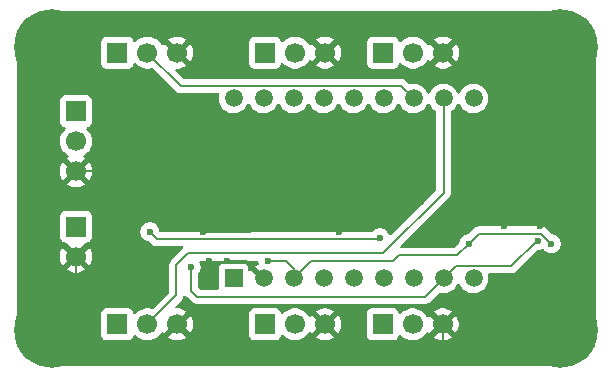
<source format=gbr>
%TF.GenerationSoftware,KiCad,Pcbnew,9.0.6*%
%TF.CreationDate,2025-12-17T16:55:42-07:00*%
%TF.ProjectId,fizzbee,66697a7a-6265-4652-9e6b-696361645f70,rev?*%
%TF.SameCoordinates,Original*%
%TF.FileFunction,Copper,L2,Bot*%
%TF.FilePolarity,Positive*%
%FSLAX46Y46*%
G04 Gerber Fmt 4.6, Leading zero omitted, Abs format (unit mm)*
G04 Created by KiCad (PCBNEW 9.0.6) date 2025-12-17 16:55:42*
%MOMM*%
%LPD*%
G01*
G04 APERTURE LIST*
%TA.AperFunction,ComponentPad*%
%ADD10C,6.400000*%
%TD*%
%TA.AperFunction,ComponentPad*%
%ADD11R,1.700000X1.700000*%
%TD*%
%TA.AperFunction,ComponentPad*%
%ADD12C,1.700000*%
%TD*%
%TA.AperFunction,ComponentPad*%
%ADD13C,1.508000*%
%TD*%
%TA.AperFunction,ComponentPad*%
%ADD14R,1.508000X1.508000*%
%TD*%
%TA.AperFunction,ViaPad*%
%ADD15C,0.600000*%
%TD*%
%TA.AperFunction,Conductor*%
%ADD16C,0.200000*%
%TD*%
G04 APERTURE END LIST*
D10*
%TO.P,REF\u002A\u002A,1*%
%TO.N,GND*%
X119753446Y-82832340D03*
%TD*%
D11*
%TO.P,J7,1,Pin_1*%
%TO.N,+5V*%
X125253446Y-106332340D03*
D12*
%TO.P,J7,2,Pin_2*%
%TO.N,LED2*%
X127793446Y-106332340D03*
%TO.P,J7,3,Pin_3*%
%TO.N,GND*%
X130333446Y-106332340D03*
%TD*%
D11*
%TO.P,J4,1,Pin_1*%
%TO.N,PWM3*%
X137753446Y-83332340D03*
D12*
%TO.P,J4,2,Pin_2*%
%TO.N,+5V*%
X140293446Y-83332340D03*
%TO.P,J4,3,Pin_3*%
%TO.N,GND*%
X142833446Y-83332340D03*
%TD*%
D10*
%TO.P,REF\u002A\u002A,1*%
%TO.N,GND*%
X162753446Y-106832340D03*
%TD*%
D11*
%TO.P,J1,1,Pin_1*%
%TO.N,+5V*%
X121753446Y-98057340D03*
D12*
%TO.P,J1,2,Pin_2*%
%TO.N,GND*%
X121753446Y-100597340D03*
%TD*%
D11*
%TO.P,J6,1,Pin_1*%
%TO.N,+5V*%
X125253446Y-83332340D03*
D12*
%TO.P,J6,2,Pin_2*%
%TO.N,LED1*%
X127793446Y-83332340D03*
%TO.P,J6,3,Pin_3*%
%TO.N,GND*%
X130333446Y-83332340D03*
%TD*%
D11*
%TO.P,J5,1,Pin_1*%
%TO.N,PWM4*%
X147753446Y-83332340D03*
D12*
%TO.P,J5,2,Pin_2*%
%TO.N,+5V*%
X150293446Y-83332340D03*
%TO.P,J5,3,Pin_3*%
%TO.N,GND*%
X152833446Y-83332340D03*
%TD*%
D11*
%TO.P,J3,1,Pin_1*%
%TO.N,PWM2*%
X147713446Y-106332340D03*
D12*
%TO.P,J3,2,Pin_2*%
%TO.N,+5V*%
X150253446Y-106332340D03*
%TO.P,J3,3,Pin_3*%
%TO.N,GND*%
X152793446Y-106332340D03*
%TD*%
D10*
%TO.P,REF\u002A\u002A,1*%
%TO.N,GND*%
X162753446Y-82832340D03*
%TD*%
%TO.P,REF\u002A\u002A,1*%
%TO.N,GND*%
X119753446Y-106832340D03*
%TD*%
D11*
%TO.P,J8,1,Pin_1*%
%TO.N,reciver*%
X121753446Y-88292340D03*
D12*
%TO.P,J8,2,Pin_2*%
%TO.N,+5V*%
X121753446Y-90832340D03*
%TO.P,J8,3,Pin_3*%
%TO.N,GND*%
X121753446Y-93372340D03*
%TD*%
D11*
%TO.P,J2,1,Pin_1*%
%TO.N,PWM1*%
X137753446Y-106332340D03*
D12*
%TO.P,J2,2,Pin_2*%
%TO.N,+5V*%
X140293446Y-106332340D03*
%TO.P,J2,3,Pin_3*%
%TO.N,GND*%
X142833446Y-106332340D03*
%TD*%
D13*
%TO.P,U1,1,GP1*%
%TO.N,unconnected-(U1-GP1-Pad1)*%
X142713446Y-102452340D03*
%TO.P,U1,2,GP2*%
%TO.N,unconnected-(U1-GP2-Pad2)*%
X145253446Y-102452340D03*
%TO.P,U1,3,GP3*%
%TO.N,unconnected-(U1-GP3-Pad3)*%
X147793446Y-102452340D03*
%TO.P,U1,3V3,3V3(OUT)*%
%TO.N,+3V3*%
X140173446Y-102452340D03*
%TO.P,U1,4,GP4*%
%TO.N,SCL*%
X150333446Y-102452340D03*
%TO.P,U1,5,GP5*%
%TO.N,SDA*%
X152873446Y-102452340D03*
D14*
%TO.P,U1,5V,5V*%
%TO.N,+5V*%
X135093446Y-102452340D03*
D13*
%TO.P,U1,6,GP6*%
%TO.N,unconnected-(U1-GP6-Pad6)*%
X155413446Y-102452340D03*
%TO.P,U1,7,GP7*%
%TO.N,unconnected-(U1-GP7-Pad7)*%
X155413446Y-87212340D03*
%TO.P,U1,8,GP8*%
%TO.N,LED2*%
X152873446Y-87212340D03*
%TO.P,U1,9,GP9*%
%TO.N,LED1*%
X150333446Y-87212340D03*
%TO.P,U1,10,GP10*%
%TO.N,PWM4*%
X147793446Y-87212340D03*
%TO.P,U1,11,GP11*%
%TO.N,PWM3*%
X145253446Y-87212340D03*
%TO.P,U1,12,GP12*%
%TO.N,PWM2*%
X142713446Y-87212340D03*
%TO.P,U1,13,GP13*%
%TO.N,PWM1*%
X140173446Y-87212340D03*
%TO.P,U1,GND,GND*%
%TO.N,GND*%
X137633446Y-102452340D03*
%TO.P,U1,RX,RX*%
%TO.N,reciver*%
X137633446Y-87212340D03*
%TO.P,U1,TX,TX*%
%TO.N,unconnected-(U1-PadTX)*%
X135093446Y-87212340D03*
%TD*%
D15*
%TO.N,GND*%
X163000000Y-89500000D03*
X158500000Y-109000000D03*
X125000000Y-89500000D03*
X134500000Y-101000000D03*
X131500000Y-89500000D03*
X137000000Y-98000000D03*
X148500000Y-91000000D03*
X156500000Y-108500000D03*
X158500000Y-105000000D03*
X126500000Y-101500000D03*
X157000000Y-105000000D03*
X118000000Y-96500000D03*
X156000000Y-107000000D03*
X125000000Y-97500000D03*
X144500000Y-92000000D03*
X147500000Y-95000000D03*
X133500000Y-83500000D03*
X127500000Y-86000000D03*
X147000000Y-97000000D03*
X159000000Y-104500000D03*
X160500000Y-89000000D03*
X141500000Y-89000000D03*
X142500000Y-93500000D03*
X165453446Y-94500000D03*
X140500000Y-94000000D03*
X153000000Y-109000000D03*
X129000000Y-98000000D03*
X142500000Y-92000000D03*
X134500000Y-109000000D03*
X158000000Y-86000000D03*
X134000000Y-90000000D03*
X163500000Y-91500000D03*
X144000000Y-98500000D03*
X160500000Y-87000000D03*
X141500000Y-97000000D03*
X152000000Y-99500000D03*
X158000000Y-103500000D03*
X134500000Y-84500000D03*
X150000000Y-96500000D03*
X134000000Y-94000000D03*
X125000000Y-87000000D03*
X151000000Y-96000000D03*
X135000000Y-94500000D03*
X129000000Y-89500000D03*
X165000000Y-91500000D03*
X153000000Y-97500000D03*
X161500000Y-87000000D03*
X124500000Y-91000000D03*
X160000000Y-88500000D03*
X155500000Y-93000000D03*
X155500000Y-96000000D03*
X140500000Y-89500000D03*
X163000000Y-102500000D03*
X136000000Y-93000000D03*
X141500000Y-96000000D03*
X151000000Y-99500000D03*
X130000000Y-87000000D03*
X158500000Y-95500000D03*
X154000000Y-97000000D03*
X140000000Y-109000000D03*
X134500000Y-91500000D03*
X125500000Y-109000000D03*
X156000000Y-82500000D03*
X164000000Y-90500000D03*
X153000000Y-99000000D03*
X163000000Y-88000000D03*
X133000000Y-82500000D03*
X134000000Y-108000000D03*
X155500000Y-91500000D03*
X118000000Y-89500000D03*
X129500000Y-90500000D03*
X137000000Y-94500000D03*
X136000000Y-91000000D03*
X156000000Y-89000000D03*
X136000000Y-94000000D03*
X119000000Y-88000000D03*
X150500000Y-90000000D03*
X117500000Y-102500000D03*
X132500000Y-98500000D03*
X140500000Y-97500000D03*
X142000000Y-91000000D03*
X158000000Y-85000000D03*
X154500000Y-95500000D03*
X131500000Y-91000000D03*
X158500000Y-88500000D03*
X161000000Y-98000000D03*
X165000000Y-90000000D03*
X161000000Y-88500000D03*
X154500000Y-93500000D03*
X165000000Y-99500000D03*
X154500000Y-91500000D03*
X128500000Y-108500000D03*
X152000000Y-98500000D03*
X136000000Y-96500000D03*
X118500000Y-93500000D03*
X149500000Y-91500000D03*
X158000000Y-87000000D03*
X133000000Y-90500000D03*
X119000000Y-91000000D03*
X118500000Y-98500000D03*
X152000000Y-108500000D03*
X133000000Y-109000000D03*
X117500000Y-87500000D03*
X136500000Y-97000000D03*
X125000000Y-96000000D03*
X162000000Y-88500000D03*
X150500000Y-109000000D03*
X135500000Y-92000000D03*
X132000000Y-97500000D03*
X165000000Y-93000000D03*
X141500000Y-94000000D03*
X157500000Y-106500000D03*
X151500000Y-93000000D03*
X141000000Y-95000000D03*
X161500000Y-90000000D03*
X151000000Y-91500000D03*
X145000000Y-85000000D03*
X154500000Y-109000000D03*
X149000000Y-89000000D03*
X142500000Y-96500000D03*
X127500000Y-101000000D03*
X132500000Y-108500000D03*
X165000000Y-102500000D03*
X149500000Y-95500000D03*
X144000000Y-93000000D03*
X117500000Y-98500000D03*
X159000000Y-87000000D03*
X156000000Y-84000000D03*
X135000000Y-91000000D03*
X149500000Y-90500000D03*
X126000000Y-99500000D03*
X127000000Y-99500000D03*
X143500000Y-90500000D03*
X135500000Y-90000000D03*
X124500000Y-93000000D03*
X133000000Y-84500000D03*
X160000000Y-90000000D03*
X154500000Y-89500000D03*
X133000000Y-92500000D03*
X148500000Y-97500000D03*
X158000000Y-107500000D03*
X124000000Y-97000000D03*
X147500000Y-89000000D03*
X163000000Y-90500000D03*
X162000000Y-92000000D03*
X130500000Y-109000000D03*
X141500000Y-90000000D03*
X131000000Y-98000000D03*
X148000000Y-90000000D03*
X128000000Y-95000000D03*
X137000000Y-90000000D03*
X128500000Y-87500000D03*
X124000000Y-96000000D03*
X131500000Y-87500000D03*
X134500000Y-96000000D03*
X157500000Y-83000000D03*
X143500000Y-94000000D03*
X117500000Y-94000000D03*
X159500000Y-86000000D03*
X124000000Y-90500000D03*
X132000000Y-92500000D03*
X135000000Y-93000000D03*
X133000000Y-101000000D03*
X133000000Y-91500000D03*
X124000000Y-108500000D03*
X144500000Y-80500000D03*
X159000000Y-85000000D03*
X118000000Y-100000000D03*
X140500000Y-96000000D03*
X151000000Y-89000000D03*
X158000000Y-98000000D03*
X145500000Y-97500000D03*
X140000000Y-92500000D03*
X137500000Y-96000000D03*
X149500000Y-94000000D03*
X150000000Y-92500000D03*
X156000000Y-97000000D03*
X118500000Y-94500000D03*
X130000000Y-89500000D03*
X165000000Y-101000000D03*
X155500000Y-94500000D03*
X122500000Y-103500000D03*
X134000000Y-82000000D03*
X137000000Y-92500000D03*
X119500000Y-98500000D03*
X124500000Y-86000000D03*
X141500000Y-92500000D03*
X130500000Y-90500000D03*
X157500000Y-96500000D03*
X155500000Y-90000000D03*
X147500000Y-94000000D03*
X135000000Y-97500000D03*
X142500000Y-95000000D03*
X119500000Y-103000000D03*
X124500000Y-98500000D03*
X148500000Y-96000000D03*
X151000000Y-81000000D03*
X126000000Y-86000000D03*
X153000000Y-81000000D03*
X136000000Y-95500000D03*
X148500000Y-92500000D03*
X119000000Y-101500000D03*
X132500000Y-89500000D03*
X156000000Y-81000000D03*
X164000000Y-88500000D03*
X127000000Y-108500000D03*
X117500000Y-92000000D03*
X148000000Y-97000000D03*
X124500000Y-95000000D03*
%TO.N,+3V3*%
X155000000Y-99500000D03*
X138000000Y-101000000D03*
X162000000Y-99500000D03*
%TO.N,SCL*%
X128000000Y-98500000D03*
X147500000Y-99000000D03*
%TO.N,SDA*%
X131500000Y-101500000D03*
X160831197Y-99250000D03*
%TD*%
D16*
%TO.N,GND*%
X150500000Y-109000000D02*
X140000000Y-109000000D01*
X152793446Y-107706554D02*
X152000000Y-108500000D01*
X140165786Y-109000000D02*
X140000000Y-109000000D01*
X121753446Y-100597340D02*
X121753446Y-102753446D01*
X139500000Y-109500000D02*
X135000000Y-109500000D01*
X154625786Y-104500000D02*
X152793446Y-106332340D01*
X135000000Y-109500000D02*
X134500000Y-109000000D01*
X124127660Y-93372340D02*
X124500000Y-93000000D01*
X152793446Y-106332340D02*
X152793446Y-107706554D01*
X159000000Y-104500000D02*
X154625786Y-104500000D01*
X136500000Y-98500000D02*
X137000000Y-98000000D01*
X132500000Y-98500000D02*
X136500000Y-98500000D01*
X140000000Y-109000000D02*
X139500000Y-109500000D01*
X121753446Y-93372340D02*
X124127660Y-93372340D01*
X131500000Y-87500000D02*
X131500000Y-89500000D01*
X131501106Y-84500000D02*
X133000000Y-84500000D01*
X121753446Y-102753446D02*
X122500000Y-103500000D01*
X142833446Y-106332340D02*
X140165786Y-109000000D01*
X130333446Y-83332340D02*
X131501106Y-84500000D01*
X136181106Y-101000000D02*
X134500000Y-101000000D01*
X137633446Y-102452340D02*
X136181106Y-101000000D01*
%TO.N,+3V3*%
X149076443Y-100500000D02*
X148576443Y-101000000D01*
X155851000Y-98649000D02*
X155000000Y-99500000D01*
X139500000Y-101000000D02*
X140173446Y-101673446D01*
X140173446Y-101673446D02*
X140173446Y-102452340D01*
X162000000Y-99500000D02*
X161149000Y-98649000D01*
X155000000Y-99500000D02*
X154000000Y-100500000D01*
X141625786Y-101000000D02*
X140173446Y-102452340D01*
X148576443Y-101000000D02*
X141625786Y-101000000D01*
X138000000Y-101000000D02*
X139500000Y-101000000D01*
X154000000Y-100500000D02*
X149076443Y-100500000D01*
X161149000Y-98649000D02*
X155851000Y-98649000D01*
%TO.N,SCL*%
X128601000Y-99101000D02*
X128000000Y-98500000D01*
X147500000Y-99000000D02*
X147399000Y-99101000D01*
X147399000Y-99101000D02*
X128601000Y-99101000D01*
%TO.N,SDA*%
X152873446Y-102452340D02*
X151325786Y-104000000D01*
X131500000Y-103500000D02*
X131500000Y-101500000D01*
X160750000Y-99250000D02*
X158602660Y-101397340D01*
X132000000Y-104000000D02*
X131500000Y-103500000D01*
X153928446Y-101397340D02*
X152873446Y-102452340D01*
X151325786Y-104000000D02*
X132000000Y-104000000D01*
X158602660Y-101397340D02*
X153928446Y-101397340D01*
X160831197Y-99250000D02*
X160750000Y-99250000D01*
%TO.N,LED1*%
X130618446Y-86157340D02*
X127793446Y-83332340D01*
X149278446Y-86157340D02*
X130618446Y-86157340D01*
X150333446Y-87212340D02*
X149278446Y-86157340D01*
%TO.N,LED2*%
X152873446Y-87212340D02*
X152873446Y-95212340D01*
X130253446Y-103872340D02*
X127793446Y-106332340D01*
X131253446Y-100332340D02*
X130253446Y-101332340D01*
X147753446Y-100332340D02*
X131253446Y-100332340D01*
X130253446Y-101332340D02*
X130253446Y-103872340D01*
X152873446Y-95212340D02*
X147753446Y-100332340D01*
%TD*%
%TA.AperFunction,Conductor*%
%TO.N,GND*%
G36*
X137142539Y-100952525D02*
G01*
X137188294Y-101005329D01*
X137199500Y-101056840D01*
X137199500Y-101078846D01*
X137214998Y-101156759D01*
X137208771Y-101226350D01*
X137165908Y-101281528D01*
X137149676Y-101291434D01*
X136976218Y-101379816D01*
X136976206Y-101379823D01*
X136940456Y-101405796D01*
X136940456Y-101405797D01*
X137504036Y-101969377D01*
X137440453Y-101986415D01*
X137326439Y-102052241D01*
X137233347Y-102145333D01*
X137167521Y-102259347D01*
X137150483Y-102322930D01*
X136586903Y-101759350D01*
X136586902Y-101759350D01*
X136572264Y-101779499D01*
X136516935Y-101822166D01*
X136447321Y-101828146D01*
X136385526Y-101795540D01*
X136351168Y-101734702D01*
X136347945Y-101706615D01*
X136347945Y-101650469D01*
X136347944Y-101650463D01*
X136347943Y-101650456D01*
X136341537Y-101590857D01*
X136338604Y-101582994D01*
X136291243Y-101456011D01*
X136291239Y-101456004D01*
X136204993Y-101340795D01*
X136204990Y-101340792D01*
X136089781Y-101254546D01*
X136089774Y-101254542D01*
X135954928Y-101204248D01*
X135954929Y-101204248D01*
X135895329Y-101197841D01*
X135895327Y-101197840D01*
X135895319Y-101197840D01*
X135895310Y-101197840D01*
X134291575Y-101197840D01*
X134291569Y-101197841D01*
X134231962Y-101204248D01*
X134097117Y-101254542D01*
X134097110Y-101254546D01*
X133981901Y-101340792D01*
X133981898Y-101340795D01*
X133895652Y-101456004D01*
X133895648Y-101456011D01*
X133845354Y-101590857D01*
X133842029Y-101621789D01*
X133838947Y-101650463D01*
X133838946Y-101650475D01*
X133838946Y-103254210D01*
X133838947Y-103254222D01*
X133839810Y-103262242D01*
X133827406Y-103331002D01*
X133779797Y-103382140D01*
X133716521Y-103399500D01*
X132300098Y-103399500D01*
X132270657Y-103390855D01*
X132240671Y-103384332D01*
X132235655Y-103380577D01*
X132233059Y-103379815D01*
X132212417Y-103363181D01*
X132136819Y-103287583D01*
X132103334Y-103226260D01*
X132100500Y-103199902D01*
X132100500Y-102079765D01*
X132120185Y-102012726D01*
X132121398Y-102010874D01*
X132186063Y-101914097D01*
X132209394Y-101879179D01*
X132269737Y-101733497D01*
X132300500Y-101578842D01*
X132300500Y-101421158D01*
X132300500Y-101421155D01*
X132300499Y-101421153D01*
X132292278Y-101379823D01*
X132269737Y-101266503D01*
X132264784Y-101254546D01*
X132209397Y-101120827D01*
X132206521Y-101115446D01*
X132209073Y-101114081D01*
X132191801Y-101059292D01*
X132210156Y-100991876D01*
X132262045Y-100945086D01*
X132315777Y-100932840D01*
X137075500Y-100932840D01*
X137142539Y-100952525D01*
G37*
%TD.AperFunction*%
%TA.AperFunction,Conductor*%
G36*
X162756682Y-79833010D02*
G01*
X163060495Y-79848935D01*
X163073370Y-79850289D01*
X163370658Y-79897378D01*
X163383330Y-79900072D01*
X163674061Y-79977978D01*
X163686371Y-79981978D01*
X163967360Y-80089843D01*
X163979209Y-80095119D01*
X164247381Y-80231764D01*
X164258601Y-80238242D01*
X164424898Y-80346239D01*
X164511019Y-80402169D01*
X164521519Y-80409798D01*
X164755409Y-80599204D01*
X164765054Y-80607889D01*
X164977863Y-80820702D01*
X164986541Y-80830339D01*
X165175954Y-81064252D01*
X165183568Y-81074731D01*
X165347493Y-81327159D01*
X165353971Y-81338379D01*
X165450046Y-81526944D01*
X165490605Y-81606547D01*
X165495883Y-81618404D01*
X165603739Y-81899387D01*
X165607750Y-81911731D01*
X165685638Y-82202428D01*
X165688337Y-82215124D01*
X165735416Y-82512391D01*
X165736772Y-82525299D01*
X165752775Y-82830739D01*
X165752945Y-82837225D01*
X165752945Y-82866415D01*
X165752945Y-82898226D01*
X165752945Y-82898228D01*
X165752946Y-82908220D01*
X165752946Y-106829086D01*
X165752776Y-106835577D01*
X165736851Y-107139379D01*
X165735494Y-107152287D01*
X165688411Y-107449539D01*
X165685713Y-107462235D01*
X165607812Y-107752956D01*
X165603801Y-107765299D01*
X165495943Y-108046274D01*
X165490664Y-108058131D01*
X165354028Y-108326291D01*
X165347538Y-108337531D01*
X165183622Y-108589939D01*
X165175993Y-108600440D01*
X164986583Y-108834341D01*
X164977898Y-108843986D01*
X164765089Y-109056796D01*
X164755444Y-109065481D01*
X164521548Y-109254887D01*
X164511048Y-109262516D01*
X164258635Y-109426436D01*
X164247395Y-109432925D01*
X163979232Y-109569563D01*
X163967374Y-109574843D01*
X163686395Y-109682703D01*
X163674052Y-109686713D01*
X163383349Y-109764610D01*
X163370653Y-109767309D01*
X163073392Y-109814394D01*
X163060484Y-109815751D01*
X162756796Y-109831670D01*
X162750305Y-109831840D01*
X119826940Y-109831840D01*
X119819335Y-109831839D01*
X119819332Y-109831839D01*
X119789010Y-109831839D01*
X119756679Y-109831839D01*
X119756678Y-109831838D01*
X119750193Y-109831669D01*
X119446396Y-109815752D01*
X119433488Y-109814396D01*
X119136211Y-109767316D01*
X119123515Y-109764617D01*
X118832810Y-109686727D01*
X118820466Y-109682717D01*
X118539470Y-109574857D01*
X118527623Y-109569582D01*
X118259446Y-109432943D01*
X118248218Y-109426461D01*
X117995796Y-109262541D01*
X117985295Y-109254912D01*
X117985264Y-109254887D01*
X117751388Y-109065502D01*
X117741743Y-109056817D01*
X117528929Y-108844008D01*
X117520244Y-108834363D01*
X117330833Y-108600465D01*
X117323204Y-108589965D01*
X117261896Y-108495562D01*
X117159272Y-108337539D01*
X117152794Y-108326319D01*
X117016148Y-108058146D01*
X117010872Y-108046294D01*
X116903005Y-107765300D01*
X116898997Y-107752966D01*
X116821092Y-107462235D01*
X116818399Y-107449567D01*
X116771309Y-107152275D01*
X116769955Y-107139401D01*
X116754116Y-106837217D01*
X116753946Y-106830726D01*
X116753946Y-106711051D01*
X117902946Y-106711051D01*
X117902946Y-106953628D01*
X117927400Y-107139384D01*
X117934608Y-107194129D01*
X117944277Y-107230213D01*
X117997393Y-107428444D01*
X118090219Y-107652545D01*
X118090223Y-107652554D01*
X118107420Y-107682340D01*
X118211510Y-107862629D01*
X118211512Y-107862632D01*
X118211513Y-107862633D01*
X118359179Y-108055076D01*
X118359185Y-108055083D01*
X118530702Y-108226600D01*
X118530708Y-108226605D01*
X118723157Y-108374276D01*
X118933234Y-108495564D01*
X119157346Y-108588394D01*
X119391657Y-108651178D01*
X119572032Y-108674924D01*
X119632157Y-108682840D01*
X119632158Y-108682840D01*
X119874735Y-108682840D01*
X119922834Y-108676507D01*
X120115235Y-108651178D01*
X120349546Y-108588394D01*
X120573658Y-108495564D01*
X120783735Y-108374276D01*
X120976184Y-108226605D01*
X121147711Y-108055078D01*
X121295382Y-107862629D01*
X121416670Y-107652552D01*
X121509500Y-107428440D01*
X121572284Y-107194129D01*
X121603946Y-106953628D01*
X121603946Y-106711052D01*
X121572284Y-106470551D01*
X121509500Y-106236240D01*
X121416670Y-106012128D01*
X121295382Y-105802051D01*
X121166303Y-105633832D01*
X121147712Y-105609603D01*
X121147706Y-105609596D01*
X120976189Y-105438079D01*
X120976182Y-105438073D01*
X120783739Y-105290407D01*
X120783738Y-105290406D01*
X120783735Y-105290404D01*
X120573658Y-105169116D01*
X120573651Y-105169113D01*
X120349550Y-105076287D01*
X120172443Y-105028831D01*
X120115235Y-105013502D01*
X120115234Y-105013501D01*
X120115231Y-105013501D01*
X119874735Y-104981840D01*
X119874734Y-104981840D01*
X119632158Y-104981840D01*
X119632157Y-104981840D01*
X119391660Y-105013501D01*
X119157341Y-105076287D01*
X118933240Y-105169113D01*
X118933231Y-105169117D01*
X118723152Y-105290407D01*
X118530709Y-105438073D01*
X118530702Y-105438079D01*
X118359185Y-105609596D01*
X118359179Y-105609603D01*
X118211513Y-105802046D01*
X118090223Y-106012125D01*
X118090219Y-106012134D01*
X117997393Y-106236235D01*
X117934607Y-106470554D01*
X117902946Y-106711051D01*
X116753946Y-106711051D01*
X116753946Y-97159475D01*
X120402946Y-97159475D01*
X120402946Y-98955210D01*
X120402947Y-98955216D01*
X120409354Y-99014823D01*
X120459648Y-99149668D01*
X120459652Y-99149675D01*
X120545898Y-99264884D01*
X120545901Y-99264887D01*
X120661110Y-99351133D01*
X120661117Y-99351137D01*
X120706064Y-99367901D01*
X120795963Y-99401431D01*
X120855573Y-99407840D01*
X120866131Y-99407839D01*
X120933169Y-99427519D01*
X120953818Y-99444158D01*
X121624037Y-100114377D01*
X121560453Y-100131415D01*
X121446439Y-100197241D01*
X121353347Y-100290333D01*
X121287521Y-100404347D01*
X121270483Y-100467931D01*
X120638174Y-99835622D01*
X120638173Y-99835622D01*
X120598826Y-99889779D01*
X120502350Y-100079122D01*
X120436688Y-100281209D01*
X120436688Y-100281212D01*
X120403446Y-100491093D01*
X120403446Y-100703586D01*
X120436688Y-100913467D01*
X120436688Y-100913470D01*
X120502350Y-101115557D01*
X120598821Y-101304890D01*
X120638174Y-101359056D01*
X121270483Y-100726748D01*
X121287521Y-100790333D01*
X121353347Y-100904347D01*
X121446439Y-100997439D01*
X121560453Y-101063265D01*
X121624036Y-101080302D01*
X120991728Y-101712609D01*
X120991728Y-101712610D01*
X121045895Y-101751964D01*
X121235228Y-101848435D01*
X121437316Y-101914097D01*
X121647200Y-101947340D01*
X121859692Y-101947340D01*
X122069573Y-101914097D01*
X122069576Y-101914097D01*
X122271663Y-101848435D01*
X122461000Y-101751962D01*
X122515162Y-101712610D01*
X122515163Y-101712610D01*
X121882854Y-101080302D01*
X121946439Y-101063265D01*
X122060453Y-100997439D01*
X122153545Y-100904347D01*
X122219371Y-100790333D01*
X122236408Y-100726749D01*
X122868716Y-101359057D01*
X122868716Y-101359056D01*
X122908068Y-101304894D01*
X123004541Y-101115557D01*
X123070203Y-100913470D01*
X123070203Y-100913467D01*
X123103446Y-100703586D01*
X123103446Y-100491093D01*
X123070203Y-100281212D01*
X123070203Y-100281209D01*
X123004541Y-100079122D01*
X122908070Y-99889789D01*
X122868716Y-99835622D01*
X122868715Y-99835622D01*
X122236408Y-100467930D01*
X122219371Y-100404347D01*
X122153545Y-100290333D01*
X122060453Y-100197241D01*
X121946439Y-100131415D01*
X121882855Y-100114377D01*
X122553073Y-99444158D01*
X122614396Y-99410673D01*
X122640753Y-99407839D01*
X122651318Y-99407839D01*
X122710929Y-99401431D01*
X122845777Y-99351136D01*
X122960992Y-99264886D01*
X123047242Y-99149671D01*
X123097537Y-99014823D01*
X123103946Y-98955213D01*
X123103945Y-97159468D01*
X123097537Y-97099857D01*
X123047242Y-96965009D01*
X123047241Y-96965008D01*
X123047239Y-96965004D01*
X122960993Y-96849795D01*
X122960990Y-96849792D01*
X122845781Y-96763546D01*
X122845774Y-96763542D01*
X122710928Y-96713248D01*
X122710929Y-96713248D01*
X122651329Y-96706841D01*
X122651327Y-96706840D01*
X122651319Y-96706840D01*
X122651310Y-96706840D01*
X120855575Y-96706840D01*
X120855569Y-96706841D01*
X120795962Y-96713248D01*
X120661117Y-96763542D01*
X120661110Y-96763546D01*
X120545901Y-96849792D01*
X120545898Y-96849795D01*
X120459652Y-96965004D01*
X120459648Y-96965011D01*
X120409354Y-97099857D01*
X120402947Y-97159456D01*
X120402947Y-97159463D01*
X120402946Y-97159475D01*
X116753946Y-97159475D01*
X116753946Y-87394475D01*
X120402946Y-87394475D01*
X120402946Y-89190210D01*
X120402947Y-89190216D01*
X120409354Y-89249823D01*
X120459648Y-89384668D01*
X120459652Y-89384675D01*
X120545898Y-89499884D01*
X120545901Y-89499887D01*
X120661110Y-89586133D01*
X120661117Y-89586137D01*
X120792528Y-89635150D01*
X120848462Y-89677021D01*
X120872879Y-89742485D01*
X120858028Y-89810758D01*
X120836877Y-89839013D01*
X120723335Y-89952555D01*
X120598397Y-90124519D01*
X120501890Y-90313925D01*
X120436199Y-90516100D01*
X120402946Y-90726053D01*
X120402946Y-90938626D01*
X120436199Y-91148579D01*
X120501890Y-91350754D01*
X120598397Y-91540160D01*
X120723336Y-91712126D01*
X120873659Y-91862449D01*
X121045625Y-91987388D01*
X121045627Y-91987389D01*
X121045630Y-91987391D01*
X121054939Y-91992134D01*
X121105736Y-92040106D01*
X121122533Y-92107927D01*
X121099998Y-92174062D01*
X121054951Y-92213100D01*
X121045892Y-92217716D01*
X121045886Y-92217720D01*
X120991728Y-92257067D01*
X120991728Y-92257068D01*
X121624037Y-92889377D01*
X121560453Y-92906415D01*
X121446439Y-92972241D01*
X121353347Y-93065333D01*
X121287521Y-93179347D01*
X121270483Y-93242931D01*
X120638174Y-92610622D01*
X120638173Y-92610622D01*
X120598826Y-92664779D01*
X120502350Y-92854122D01*
X120436688Y-93056209D01*
X120436688Y-93056212D01*
X120403446Y-93266093D01*
X120403446Y-93478586D01*
X120436688Y-93688467D01*
X120436688Y-93688470D01*
X120502350Y-93890557D01*
X120598821Y-94079890D01*
X120638174Y-94134056D01*
X121270483Y-93501748D01*
X121287521Y-93565333D01*
X121353347Y-93679347D01*
X121446439Y-93772439D01*
X121560453Y-93838265D01*
X121624036Y-93855302D01*
X120991728Y-94487609D01*
X120991728Y-94487610D01*
X121045895Y-94526964D01*
X121235228Y-94623435D01*
X121437316Y-94689097D01*
X121647200Y-94722340D01*
X121859692Y-94722340D01*
X122069573Y-94689097D01*
X122069576Y-94689097D01*
X122271663Y-94623435D01*
X122461000Y-94526962D01*
X122515162Y-94487610D01*
X122515163Y-94487610D01*
X121882854Y-93855302D01*
X121946439Y-93838265D01*
X122060453Y-93772439D01*
X122153545Y-93679347D01*
X122219371Y-93565333D01*
X122236408Y-93501749D01*
X122868716Y-94134057D01*
X122868716Y-94134056D01*
X122908068Y-94079894D01*
X123004541Y-93890557D01*
X123070203Y-93688470D01*
X123070203Y-93688467D01*
X123103446Y-93478586D01*
X123103446Y-93266093D01*
X123070203Y-93056212D01*
X123070203Y-93056209D01*
X123004541Y-92854122D01*
X122908070Y-92664789D01*
X122868716Y-92610622D01*
X122868715Y-92610622D01*
X122236408Y-93242930D01*
X122219371Y-93179347D01*
X122153545Y-93065333D01*
X122060453Y-92972241D01*
X121946439Y-92906415D01*
X121882855Y-92889377D01*
X122515162Y-92257068D01*
X122460993Y-92217713D01*
X122460993Y-92217712D01*
X122451946Y-92213103D01*
X122401152Y-92165128D01*
X122384358Y-92097306D01*
X122406897Y-92031172D01*
X122451954Y-91992133D01*
X122461262Y-91987391D01*
X122540453Y-91929855D01*
X122633232Y-91862449D01*
X122633234Y-91862446D01*
X122633238Y-91862444D01*
X122783550Y-91712132D01*
X122783552Y-91712128D01*
X122783555Y-91712126D01*
X122908494Y-91540160D01*
X122908493Y-91540160D01*
X122908497Y-91540156D01*
X123005003Y-91350752D01*
X123070692Y-91148583D01*
X123103946Y-90938627D01*
X123103946Y-90726053D01*
X123070692Y-90516097D01*
X123005003Y-90313928D01*
X122908497Y-90124524D01*
X122908495Y-90124521D01*
X122908494Y-90124519D01*
X122783555Y-89952553D01*
X122670015Y-89839013D01*
X122636530Y-89777690D01*
X122641514Y-89707998D01*
X122683386Y-89652065D01*
X122714361Y-89635150D01*
X122845777Y-89586136D01*
X122960992Y-89499886D01*
X123047242Y-89384671D01*
X123097537Y-89249823D01*
X123103946Y-89190213D01*
X123103945Y-87394468D01*
X123097537Y-87334857D01*
X123088667Y-87311076D01*
X123047243Y-87200011D01*
X123047239Y-87200004D01*
X122960993Y-87084795D01*
X122960990Y-87084792D01*
X122845781Y-86998546D01*
X122845774Y-86998542D01*
X122710928Y-86948248D01*
X122710929Y-86948248D01*
X122651329Y-86941841D01*
X122651327Y-86941840D01*
X122651319Y-86941840D01*
X122651310Y-86941840D01*
X120855575Y-86941840D01*
X120855569Y-86941841D01*
X120795962Y-86948248D01*
X120661117Y-86998542D01*
X120661110Y-86998546D01*
X120545901Y-87084792D01*
X120545898Y-87084795D01*
X120459652Y-87200004D01*
X120459648Y-87200011D01*
X120409354Y-87334857D01*
X120402947Y-87394456D01*
X120402947Y-87394463D01*
X120402946Y-87394475D01*
X116753946Y-87394475D01*
X116753946Y-82898229D01*
X116753947Y-82898226D01*
X116753946Y-82835573D01*
X116754116Y-82829088D01*
X116757564Y-82763288D01*
X116760301Y-82711051D01*
X117902946Y-82711051D01*
X117902946Y-82953628D01*
X117934607Y-83194125D01*
X117997393Y-83428444D01*
X118030809Y-83509117D01*
X118090222Y-83652552D01*
X118211510Y-83862629D01*
X118211512Y-83862632D01*
X118211513Y-83862633D01*
X118359179Y-84055076D01*
X118359185Y-84055083D01*
X118530702Y-84226600D01*
X118530709Y-84226606D01*
X118535410Y-84230213D01*
X118723157Y-84374276D01*
X118933234Y-84495564D01*
X119157346Y-84588394D01*
X119391657Y-84651178D01*
X119572032Y-84674924D01*
X119632157Y-84682840D01*
X119632158Y-84682840D01*
X119874735Y-84682840D01*
X119923416Y-84676431D01*
X120115235Y-84651178D01*
X120349546Y-84588394D01*
X120573658Y-84495564D01*
X120783735Y-84374276D01*
X120976184Y-84226605D01*
X121147711Y-84055078D01*
X121295382Y-83862629D01*
X121416670Y-83652552D01*
X121509500Y-83428440D01*
X121572284Y-83194129D01*
X121603946Y-82953628D01*
X121603946Y-82711052D01*
X121602557Y-82700505D01*
X121585458Y-82570622D01*
X121572284Y-82470551D01*
X121562617Y-82434475D01*
X123902946Y-82434475D01*
X123902946Y-84230210D01*
X123902947Y-84230216D01*
X123909354Y-84289823D01*
X123959648Y-84424668D01*
X123959652Y-84424675D01*
X124045898Y-84539884D01*
X124045901Y-84539887D01*
X124161110Y-84626133D01*
X124161117Y-84626137D01*
X124295963Y-84676431D01*
X124295962Y-84676431D01*
X124302890Y-84677175D01*
X124355573Y-84682840D01*
X126151318Y-84682839D01*
X126210929Y-84676431D01*
X126345777Y-84626136D01*
X126460992Y-84539886D01*
X126547242Y-84424671D01*
X126596256Y-84293256D01*
X126638127Y-84237324D01*
X126703591Y-84212906D01*
X126771864Y-84227757D01*
X126800119Y-84248909D01*
X126913659Y-84362449D01*
X127085625Y-84487388D01*
X127085627Y-84487389D01*
X127085630Y-84487391D01*
X127275034Y-84583897D01*
X127477203Y-84649586D01*
X127687159Y-84682840D01*
X127687160Y-84682840D01*
X127899732Y-84682840D01*
X127899733Y-84682840D01*
X128109689Y-84649586D01*
X128151969Y-84635847D01*
X128221808Y-84633851D01*
X128277968Y-84666097D01*
X130133585Y-86521714D01*
X130133595Y-86521725D01*
X130137925Y-86526055D01*
X130137926Y-86526056D01*
X130249730Y-86637860D01*
X130336541Y-86687979D01*
X130336543Y-86687981D01*
X130386659Y-86716916D01*
X130386661Y-86716917D01*
X130539388Y-86757840D01*
X130539389Y-86757840D01*
X133751391Y-86757840D01*
X133818430Y-86777525D01*
X133864185Y-86830329D01*
X133874129Y-86899487D01*
X133870802Y-86913792D01*
X133870974Y-86913834D01*
X133869836Y-86918573D01*
X133838946Y-87113603D01*
X133838946Y-87311076D01*
X133869835Y-87506103D01*
X133910854Y-87632345D01*
X133930855Y-87693901D01*
X134020502Y-87869841D01*
X134020504Y-87869844D01*
X134136561Y-88029586D01*
X134276199Y-88169224D01*
X134425680Y-88277826D01*
X134435945Y-88285284D01*
X134611885Y-88374931D01*
X134737083Y-88415610D01*
X134799682Y-88435950D01*
X134994710Y-88466840D01*
X134994715Y-88466840D01*
X135192182Y-88466840D01*
X135387209Y-88435950D01*
X135575007Y-88374931D01*
X135750947Y-88285284D01*
X135840638Y-88220119D01*
X135910692Y-88169224D01*
X135910694Y-88169221D01*
X135910698Y-88169219D01*
X136050325Y-88029592D01*
X136050327Y-88029588D01*
X136050330Y-88029586D01*
X136166387Y-87869845D01*
X136166388Y-87869844D01*
X136166390Y-87869841D01*
X136252963Y-87699933D01*
X136300936Y-87649140D01*
X136368757Y-87632345D01*
X136434892Y-87654882D01*
X136473928Y-87699933D01*
X136557250Y-87863459D01*
X136560504Y-87869845D01*
X136676561Y-88029586D01*
X136816199Y-88169224D01*
X136965680Y-88277826D01*
X136975945Y-88285284D01*
X137151885Y-88374931D01*
X137277083Y-88415610D01*
X137339682Y-88435950D01*
X137534710Y-88466840D01*
X137534715Y-88466840D01*
X137732182Y-88466840D01*
X137927209Y-88435950D01*
X138115007Y-88374931D01*
X138290947Y-88285284D01*
X138380638Y-88220119D01*
X138450692Y-88169224D01*
X138450694Y-88169221D01*
X138450698Y-88169219D01*
X138590325Y-88029592D01*
X138590327Y-88029588D01*
X138590330Y-88029586D01*
X138706387Y-87869845D01*
X138706388Y-87869844D01*
X138706390Y-87869841D01*
X138792963Y-87699933D01*
X138840936Y-87649140D01*
X138908757Y-87632345D01*
X138974892Y-87654882D01*
X139013928Y-87699933D01*
X139097250Y-87863459D01*
X139100504Y-87869845D01*
X139216561Y-88029586D01*
X139356199Y-88169224D01*
X139505680Y-88277826D01*
X139515945Y-88285284D01*
X139691885Y-88374931D01*
X139817083Y-88415610D01*
X139879682Y-88435950D01*
X140074710Y-88466840D01*
X140074715Y-88466840D01*
X140272182Y-88466840D01*
X140467209Y-88435950D01*
X140655007Y-88374931D01*
X140830947Y-88285284D01*
X140920638Y-88220119D01*
X140990692Y-88169224D01*
X140990694Y-88169221D01*
X140990698Y-88169219D01*
X141130325Y-88029592D01*
X141130327Y-88029588D01*
X141130330Y-88029586D01*
X141246387Y-87869845D01*
X141246388Y-87869844D01*
X141246390Y-87869841D01*
X141332963Y-87699933D01*
X141380936Y-87649140D01*
X141448757Y-87632345D01*
X141514892Y-87654882D01*
X141553928Y-87699933D01*
X141637250Y-87863459D01*
X141640504Y-87869845D01*
X141756561Y-88029586D01*
X141896199Y-88169224D01*
X142045680Y-88277826D01*
X142055945Y-88285284D01*
X142231885Y-88374931D01*
X142357083Y-88415610D01*
X142419682Y-88435950D01*
X142614710Y-88466840D01*
X142614715Y-88466840D01*
X142812182Y-88466840D01*
X143007209Y-88435950D01*
X143195007Y-88374931D01*
X143370947Y-88285284D01*
X143460638Y-88220119D01*
X143530692Y-88169224D01*
X143530694Y-88169221D01*
X143530698Y-88169219D01*
X143670325Y-88029592D01*
X143670327Y-88029588D01*
X143670330Y-88029586D01*
X143786387Y-87869845D01*
X143786388Y-87869844D01*
X143786390Y-87869841D01*
X143872963Y-87699933D01*
X143920936Y-87649140D01*
X143988757Y-87632345D01*
X144054892Y-87654882D01*
X144093928Y-87699933D01*
X144177250Y-87863459D01*
X144180504Y-87869845D01*
X144296561Y-88029586D01*
X144436199Y-88169224D01*
X144585680Y-88277826D01*
X144595945Y-88285284D01*
X144771885Y-88374931D01*
X144897083Y-88415610D01*
X144959682Y-88435950D01*
X145154710Y-88466840D01*
X145154715Y-88466840D01*
X145352182Y-88466840D01*
X145547209Y-88435950D01*
X145735007Y-88374931D01*
X145910947Y-88285284D01*
X146000638Y-88220119D01*
X146070692Y-88169224D01*
X146070694Y-88169221D01*
X146070698Y-88169219D01*
X146210325Y-88029592D01*
X146210327Y-88029588D01*
X146210330Y-88029586D01*
X146326387Y-87869845D01*
X146326388Y-87869844D01*
X146326390Y-87869841D01*
X146412963Y-87699933D01*
X146460936Y-87649140D01*
X146528757Y-87632345D01*
X146594892Y-87654882D01*
X146633928Y-87699933D01*
X146717250Y-87863459D01*
X146720504Y-87869845D01*
X146836561Y-88029586D01*
X146976199Y-88169224D01*
X147125680Y-88277826D01*
X147135945Y-88285284D01*
X147311885Y-88374931D01*
X147437083Y-88415610D01*
X147499682Y-88435950D01*
X147694710Y-88466840D01*
X147694715Y-88466840D01*
X147892182Y-88466840D01*
X148087209Y-88435950D01*
X148275007Y-88374931D01*
X148450947Y-88285284D01*
X148540638Y-88220119D01*
X148610692Y-88169224D01*
X148610694Y-88169221D01*
X148610698Y-88169219D01*
X148750325Y-88029592D01*
X148750327Y-88029588D01*
X148750330Y-88029586D01*
X148866387Y-87869845D01*
X148866388Y-87869844D01*
X148866390Y-87869841D01*
X148952963Y-87699933D01*
X149000936Y-87649140D01*
X149068757Y-87632345D01*
X149134892Y-87654882D01*
X149173928Y-87699933D01*
X149257250Y-87863459D01*
X149260504Y-87869845D01*
X149376561Y-88029586D01*
X149516199Y-88169224D01*
X149665680Y-88277826D01*
X149675945Y-88285284D01*
X149851885Y-88374931D01*
X149977083Y-88415610D01*
X150039682Y-88435950D01*
X150234710Y-88466840D01*
X150234715Y-88466840D01*
X150432182Y-88466840D01*
X150627209Y-88435950D01*
X150815007Y-88374931D01*
X150990947Y-88285284D01*
X151080638Y-88220119D01*
X151150692Y-88169224D01*
X151150694Y-88169221D01*
X151150698Y-88169219D01*
X151290325Y-88029592D01*
X151290327Y-88029588D01*
X151290330Y-88029586D01*
X151406387Y-87869845D01*
X151406388Y-87869844D01*
X151406390Y-87869841D01*
X151492963Y-87699933D01*
X151540936Y-87649140D01*
X151608757Y-87632345D01*
X151674892Y-87654882D01*
X151713928Y-87699933D01*
X151797250Y-87863459D01*
X151800504Y-87869845D01*
X151916561Y-88029586D01*
X151916567Y-88029592D01*
X152056194Y-88169219D01*
X152215945Y-88285284D01*
X152215949Y-88285286D01*
X152219887Y-88288147D01*
X152218845Y-88289581D01*
X152260605Y-88335730D01*
X152272946Y-88389657D01*
X152272946Y-94912243D01*
X152253261Y-94979282D01*
X152236627Y-94999924D01*
X148459630Y-98776920D01*
X148398307Y-98810405D01*
X148328615Y-98805421D01*
X148272682Y-98763549D01*
X148257392Y-98736701D01*
X148209394Y-98620821D01*
X148209392Y-98620818D01*
X148209390Y-98620814D01*
X148121789Y-98489711D01*
X148121786Y-98489707D01*
X148010292Y-98378213D01*
X148010288Y-98378210D01*
X147879185Y-98290609D01*
X147879172Y-98290602D01*
X147733501Y-98230264D01*
X147733489Y-98230261D01*
X147578845Y-98199500D01*
X147578842Y-98199500D01*
X147421158Y-98199500D01*
X147421155Y-98199500D01*
X147266510Y-98230261D01*
X147266498Y-98230264D01*
X147120827Y-98290602D01*
X147120814Y-98290609D01*
X146989711Y-98378210D01*
X146989707Y-98378213D01*
X146903740Y-98464181D01*
X146842417Y-98497666D01*
X146816059Y-98500500D01*
X128918046Y-98500500D01*
X128851007Y-98480815D01*
X128805252Y-98428011D01*
X128796429Y-98400691D01*
X128774531Y-98290606D01*
X128769737Y-98266503D01*
X128769735Y-98266498D01*
X128709397Y-98120827D01*
X128709390Y-98120814D01*
X128621789Y-97989711D01*
X128621786Y-97989707D01*
X128510292Y-97878213D01*
X128510288Y-97878210D01*
X128379185Y-97790609D01*
X128379172Y-97790602D01*
X128233501Y-97730264D01*
X128233489Y-97730261D01*
X128078845Y-97699500D01*
X128078842Y-97699500D01*
X127921158Y-97699500D01*
X127921155Y-97699500D01*
X127766510Y-97730261D01*
X127766498Y-97730264D01*
X127620827Y-97790602D01*
X127620814Y-97790609D01*
X127489711Y-97878210D01*
X127489707Y-97878213D01*
X127378213Y-97989707D01*
X127378210Y-97989711D01*
X127290609Y-98120814D01*
X127290602Y-98120827D01*
X127230264Y-98266498D01*
X127230261Y-98266510D01*
X127199500Y-98421153D01*
X127199500Y-98578846D01*
X127230261Y-98733489D01*
X127230264Y-98733501D01*
X127290602Y-98879172D01*
X127290609Y-98879185D01*
X127378210Y-99010288D01*
X127378213Y-99010292D01*
X127489707Y-99121786D01*
X127489711Y-99121789D01*
X127620814Y-99209390D01*
X127620827Y-99209397D01*
X127754794Y-99264887D01*
X127766503Y-99269737D01*
X127831147Y-99282595D01*
X127921849Y-99300638D01*
X127938605Y-99309402D01*
X127957085Y-99313423D01*
X127982123Y-99332167D01*
X127983760Y-99333023D01*
X127985339Y-99334574D01*
X128116139Y-99465374D01*
X128116149Y-99465385D01*
X128120479Y-99469715D01*
X128120480Y-99469716D01*
X128232284Y-99581520D01*
X128232286Y-99581521D01*
X128232290Y-99581524D01*
X128369209Y-99660573D01*
X128369216Y-99660577D01*
X128478069Y-99689744D01*
X128521942Y-99701500D01*
X128521943Y-99701500D01*
X130735688Y-99701500D01*
X130802727Y-99721185D01*
X130848482Y-99773989D01*
X130858426Y-99843147D01*
X130829401Y-99906703D01*
X130823369Y-99913181D01*
X129772928Y-100963621D01*
X129772926Y-100963623D01*
X129762560Y-100981578D01*
X129754971Y-100994724D01*
X129693869Y-101100555D01*
X129652945Y-101253283D01*
X129652945Y-101253285D01*
X129652945Y-101421386D01*
X129652946Y-101421399D01*
X129652946Y-103572242D01*
X129633261Y-103639281D01*
X129616627Y-103659923D01*
X128277968Y-104998581D01*
X128216645Y-105032066D01*
X128151969Y-105028831D01*
X128109691Y-105015094D01*
X127969718Y-104992924D01*
X127899733Y-104981840D01*
X127687159Y-104981840D01*
X127638488Y-104989548D01*
X127477206Y-105015093D01*
X127275031Y-105080784D01*
X127085625Y-105177291D01*
X126913661Y-105302229D01*
X126800119Y-105415771D01*
X126738796Y-105449255D01*
X126669104Y-105444271D01*
X126613171Y-105402399D01*
X126596256Y-105371422D01*
X126547243Y-105240011D01*
X126547239Y-105240004D01*
X126460993Y-105124795D01*
X126460990Y-105124792D01*
X126345781Y-105038546D01*
X126345774Y-105038542D01*
X126210928Y-104988248D01*
X126210929Y-104988248D01*
X126151329Y-104981841D01*
X126151327Y-104981840D01*
X126151319Y-104981840D01*
X126151310Y-104981840D01*
X124355575Y-104981840D01*
X124355569Y-104981841D01*
X124295962Y-104988248D01*
X124161117Y-105038542D01*
X124161110Y-105038546D01*
X124045901Y-105124792D01*
X124045898Y-105124795D01*
X123959652Y-105240004D01*
X123959648Y-105240011D01*
X123909354Y-105374857D01*
X123902947Y-105434456D01*
X123902946Y-105434475D01*
X123902946Y-107230210D01*
X123902947Y-107230216D01*
X123909354Y-107289823D01*
X123959648Y-107424668D01*
X123959652Y-107424675D01*
X124045898Y-107539884D01*
X124045901Y-107539887D01*
X124161110Y-107626133D01*
X124161117Y-107626137D01*
X124295963Y-107676431D01*
X124295962Y-107676431D01*
X124302890Y-107677175D01*
X124355573Y-107682840D01*
X126151318Y-107682839D01*
X126210929Y-107676431D01*
X126345777Y-107626136D01*
X126460992Y-107539886D01*
X126547242Y-107424671D01*
X126596256Y-107293256D01*
X126638127Y-107237324D01*
X126703591Y-107212906D01*
X126771864Y-107227757D01*
X126800119Y-107248909D01*
X126913659Y-107362449D01*
X127085625Y-107487388D01*
X127085627Y-107487389D01*
X127085630Y-107487391D01*
X127275034Y-107583897D01*
X127477203Y-107649586D01*
X127687159Y-107682840D01*
X127687160Y-107682840D01*
X127899732Y-107682840D01*
X127899733Y-107682840D01*
X128109689Y-107649586D01*
X128311858Y-107583897D01*
X128501262Y-107487391D01*
X128544504Y-107455974D01*
X128673232Y-107362449D01*
X128673234Y-107362446D01*
X128673238Y-107362444D01*
X128823550Y-107212132D01*
X128823552Y-107212128D01*
X128823555Y-107212126D01*
X128909336Y-107094057D01*
X128948497Y-107040156D01*
X128953239Y-107030848D01*
X129001209Y-106980051D01*
X129069029Y-106963251D01*
X129135165Y-106985785D01*
X129174209Y-107030840D01*
X129178819Y-107039887D01*
X129218174Y-107094056D01*
X129850483Y-106461748D01*
X129867521Y-106525333D01*
X129933347Y-106639347D01*
X130026439Y-106732439D01*
X130140453Y-106798265D01*
X130204036Y-106815302D01*
X129571728Y-107447609D01*
X129571728Y-107447610D01*
X129625895Y-107486964D01*
X129815228Y-107583435D01*
X130017316Y-107649097D01*
X130227200Y-107682340D01*
X130439692Y-107682340D01*
X130649573Y-107649097D01*
X130649576Y-107649097D01*
X130851663Y-107583435D01*
X131041000Y-107486962D01*
X131095162Y-107447610D01*
X131095163Y-107447610D01*
X130462854Y-106815302D01*
X130526439Y-106798265D01*
X130640453Y-106732439D01*
X130733545Y-106639347D01*
X130799371Y-106525333D01*
X130816408Y-106461748D01*
X131448716Y-107094057D01*
X131448716Y-107094056D01*
X131488068Y-107039894D01*
X131584541Y-106850557D01*
X131650203Y-106648470D01*
X131650203Y-106648467D01*
X131683446Y-106438586D01*
X131683446Y-106226093D01*
X131650203Y-106016212D01*
X131650203Y-106016209D01*
X131584541Y-105814122D01*
X131488070Y-105624789D01*
X131448716Y-105570622D01*
X131448715Y-105570622D01*
X130816408Y-106202930D01*
X130799371Y-106139347D01*
X130733545Y-106025333D01*
X130640453Y-105932241D01*
X130526439Y-105866415D01*
X130462854Y-105849377D01*
X130877756Y-105434475D01*
X136402946Y-105434475D01*
X136402946Y-107230210D01*
X136402947Y-107230216D01*
X136409354Y-107289823D01*
X136459648Y-107424668D01*
X136459652Y-107424675D01*
X136545898Y-107539884D01*
X136545901Y-107539887D01*
X136661110Y-107626133D01*
X136661117Y-107626137D01*
X136795963Y-107676431D01*
X136795962Y-107676431D01*
X136802890Y-107677175D01*
X136855573Y-107682840D01*
X138651318Y-107682839D01*
X138710929Y-107676431D01*
X138845777Y-107626136D01*
X138960992Y-107539886D01*
X139047242Y-107424671D01*
X139096256Y-107293256D01*
X139138127Y-107237324D01*
X139203591Y-107212906D01*
X139271864Y-107227757D01*
X139300119Y-107248909D01*
X139413659Y-107362449D01*
X139585625Y-107487388D01*
X139585627Y-107487389D01*
X139585630Y-107487391D01*
X139775034Y-107583897D01*
X139977203Y-107649586D01*
X140187159Y-107682840D01*
X140187160Y-107682840D01*
X140399732Y-107682840D01*
X140399733Y-107682840D01*
X140609689Y-107649586D01*
X140811858Y-107583897D01*
X141001262Y-107487391D01*
X141044504Y-107455974D01*
X141173232Y-107362449D01*
X141173234Y-107362446D01*
X141173238Y-107362444D01*
X141323550Y-107212132D01*
X141323552Y-107212128D01*
X141323555Y-107212126D01*
X141409336Y-107094057D01*
X141448497Y-107040156D01*
X141453239Y-107030848D01*
X141501209Y-106980051D01*
X141569029Y-106963251D01*
X141635165Y-106985785D01*
X141674209Y-107030840D01*
X141678819Y-107039887D01*
X141718174Y-107094056D01*
X142350483Y-106461748D01*
X142367521Y-106525333D01*
X142433347Y-106639347D01*
X142526439Y-106732439D01*
X142640453Y-106798265D01*
X142704036Y-106815302D01*
X142071728Y-107447609D01*
X142071728Y-107447610D01*
X142125895Y-107486964D01*
X142315228Y-107583435D01*
X142517316Y-107649097D01*
X142727200Y-107682340D01*
X142939692Y-107682340D01*
X143149573Y-107649097D01*
X143149576Y-107649097D01*
X143351663Y-107583435D01*
X143541000Y-107486962D01*
X143595162Y-107447610D01*
X143595163Y-107447610D01*
X142962854Y-106815302D01*
X143026439Y-106798265D01*
X143140453Y-106732439D01*
X143233545Y-106639347D01*
X143299371Y-106525333D01*
X143316408Y-106461748D01*
X143948716Y-107094057D01*
X143948716Y-107094056D01*
X143988068Y-107039894D01*
X144084541Y-106850557D01*
X144150203Y-106648470D01*
X144150203Y-106648467D01*
X144183446Y-106438586D01*
X144183446Y-106226093D01*
X144150203Y-106016212D01*
X144150203Y-106016209D01*
X144084541Y-105814122D01*
X143988070Y-105624789D01*
X143948716Y-105570622D01*
X143948715Y-105570622D01*
X143316408Y-106202930D01*
X143299371Y-106139347D01*
X143233545Y-106025333D01*
X143140453Y-105932241D01*
X143026439Y-105866415D01*
X142962855Y-105849377D01*
X143377756Y-105434475D01*
X146362946Y-105434475D01*
X146362946Y-107230210D01*
X146362947Y-107230216D01*
X146369354Y-107289823D01*
X146419648Y-107424668D01*
X146419652Y-107424675D01*
X146505898Y-107539884D01*
X146505901Y-107539887D01*
X146621110Y-107626133D01*
X146621117Y-107626137D01*
X146755963Y-107676431D01*
X146755962Y-107676431D01*
X146762890Y-107677175D01*
X146815573Y-107682840D01*
X148611318Y-107682839D01*
X148670929Y-107676431D01*
X148805777Y-107626136D01*
X148920992Y-107539886D01*
X149007242Y-107424671D01*
X149056256Y-107293256D01*
X149098127Y-107237324D01*
X149163591Y-107212906D01*
X149231864Y-107227757D01*
X149260119Y-107248909D01*
X149373659Y-107362449D01*
X149545625Y-107487388D01*
X149545627Y-107487389D01*
X149545630Y-107487391D01*
X149735034Y-107583897D01*
X149937203Y-107649586D01*
X150147159Y-107682840D01*
X150147160Y-107682840D01*
X150359732Y-107682840D01*
X150359733Y-107682840D01*
X150569689Y-107649586D01*
X150771858Y-107583897D01*
X150961262Y-107487391D01*
X151004504Y-107455974D01*
X151133232Y-107362449D01*
X151133234Y-107362446D01*
X151133238Y-107362444D01*
X151283550Y-107212132D01*
X151283552Y-107212128D01*
X151283555Y-107212126D01*
X151369336Y-107094057D01*
X151408497Y-107040156D01*
X151413239Y-107030848D01*
X151461209Y-106980051D01*
X151529029Y-106963251D01*
X151595165Y-106985785D01*
X151634209Y-107030840D01*
X151638819Y-107039887D01*
X151678174Y-107094056D01*
X152310483Y-106461748D01*
X152327521Y-106525333D01*
X152393347Y-106639347D01*
X152486439Y-106732439D01*
X152600453Y-106798265D01*
X152664036Y-106815302D01*
X152031728Y-107447609D01*
X152031728Y-107447610D01*
X152085895Y-107486964D01*
X152275228Y-107583435D01*
X152477316Y-107649097D01*
X152687200Y-107682340D01*
X152899692Y-107682340D01*
X153109573Y-107649097D01*
X153109576Y-107649097D01*
X153311663Y-107583435D01*
X153501000Y-107486962D01*
X153555162Y-107447610D01*
X153555163Y-107447610D01*
X152922854Y-106815302D01*
X152986439Y-106798265D01*
X153100453Y-106732439D01*
X153193545Y-106639347D01*
X153259371Y-106525333D01*
X153276408Y-106461749D01*
X153908716Y-107094057D01*
X153908716Y-107094056D01*
X153948068Y-107039894D01*
X154044541Y-106850557D01*
X154089869Y-106711051D01*
X160902946Y-106711051D01*
X160902946Y-106953628D01*
X160927400Y-107139384D01*
X160934608Y-107194129D01*
X160944277Y-107230213D01*
X160997393Y-107428444D01*
X161090219Y-107652545D01*
X161090223Y-107652554D01*
X161107420Y-107682340D01*
X161211510Y-107862629D01*
X161211512Y-107862632D01*
X161211513Y-107862633D01*
X161359179Y-108055076D01*
X161359185Y-108055083D01*
X161530702Y-108226600D01*
X161530708Y-108226605D01*
X161723157Y-108374276D01*
X161933234Y-108495564D01*
X162157346Y-108588394D01*
X162391657Y-108651178D01*
X162572032Y-108674924D01*
X162632157Y-108682840D01*
X162632158Y-108682840D01*
X162874735Y-108682840D01*
X162922834Y-108676507D01*
X163115235Y-108651178D01*
X163349546Y-108588394D01*
X163573658Y-108495564D01*
X163783735Y-108374276D01*
X163976184Y-108226605D01*
X164147711Y-108055078D01*
X164295382Y-107862629D01*
X164416670Y-107652552D01*
X164509500Y-107428440D01*
X164572284Y-107194129D01*
X164603946Y-106953628D01*
X164603946Y-106711052D01*
X164572284Y-106470551D01*
X164509500Y-106236240D01*
X164416670Y-106012128D01*
X164295382Y-105802051D01*
X164166303Y-105633832D01*
X164147712Y-105609603D01*
X164147706Y-105609596D01*
X163976189Y-105438079D01*
X163976182Y-105438073D01*
X163783739Y-105290407D01*
X163783738Y-105290406D01*
X163783735Y-105290404D01*
X163573658Y-105169116D01*
X163573651Y-105169113D01*
X163349550Y-105076287D01*
X163172443Y-105028831D01*
X163115235Y-105013502D01*
X163115234Y-105013501D01*
X163115231Y-105013501D01*
X162874735Y-104981840D01*
X162874734Y-104981840D01*
X162632158Y-104981840D01*
X162632157Y-104981840D01*
X162391660Y-105013501D01*
X162157341Y-105076287D01*
X161933240Y-105169113D01*
X161933231Y-105169117D01*
X161723152Y-105290407D01*
X161530709Y-105438073D01*
X161530702Y-105438079D01*
X161359185Y-105609596D01*
X161359179Y-105609603D01*
X161211513Y-105802046D01*
X161090223Y-106012125D01*
X161090219Y-106012134D01*
X160997393Y-106236235D01*
X160934607Y-106470554D01*
X160902946Y-106711051D01*
X154089869Y-106711051D01*
X154103638Y-106668675D01*
X154103638Y-106668673D01*
X154110204Y-106648464D01*
X154143446Y-106438586D01*
X154143446Y-106226093D01*
X154110203Y-106016212D01*
X154110203Y-106016209D01*
X154044541Y-105814122D01*
X153948070Y-105624789D01*
X153908716Y-105570622D01*
X153276408Y-106202930D01*
X153259371Y-106139347D01*
X153193545Y-106025333D01*
X153100453Y-105932241D01*
X152986439Y-105866415D01*
X152922855Y-105849377D01*
X153555162Y-105217068D01*
X153500996Y-105177715D01*
X153311663Y-105081244D01*
X153109575Y-105015582D01*
X152899692Y-104982340D01*
X152687200Y-104982340D01*
X152477318Y-105015582D01*
X152477315Y-105015582D01*
X152275228Y-105081244D01*
X152085885Y-105177720D01*
X152031728Y-105217067D01*
X152031728Y-105217068D01*
X152664037Y-105849377D01*
X152600453Y-105866415D01*
X152486439Y-105932241D01*
X152393347Y-106025333D01*
X152327521Y-106139347D01*
X152310483Y-106202931D01*
X151678174Y-105570622D01*
X151678173Y-105570622D01*
X151638826Y-105624780D01*
X151638822Y-105624786D01*
X151634206Y-105633845D01*
X151586227Y-105684637D01*
X151518405Y-105701427D01*
X151452272Y-105678883D01*
X151413240Y-105633833D01*
X151408497Y-105624524D01*
X151408495Y-105624521D01*
X151408494Y-105624519D01*
X151283555Y-105452553D01*
X151133232Y-105302230D01*
X150961266Y-105177291D01*
X150771860Y-105080784D01*
X150771859Y-105080783D01*
X150771858Y-105080783D01*
X150569689Y-105015094D01*
X150569687Y-105015093D01*
X150569686Y-105015093D01*
X150408403Y-104989548D01*
X150359733Y-104981840D01*
X150147159Y-104981840D01*
X150098488Y-104989548D01*
X149937206Y-105015093D01*
X149735031Y-105080784D01*
X149545625Y-105177291D01*
X149373661Y-105302229D01*
X149260119Y-105415771D01*
X149198796Y-105449255D01*
X149129104Y-105444271D01*
X149073171Y-105402399D01*
X149056256Y-105371422D01*
X149007243Y-105240011D01*
X149007239Y-105240004D01*
X148920993Y-105124795D01*
X148920990Y-105124792D01*
X148805781Y-105038546D01*
X148805774Y-105038542D01*
X148670928Y-104988248D01*
X148670929Y-104988248D01*
X148611329Y-104981841D01*
X148611327Y-104981840D01*
X148611319Y-104981840D01*
X148611310Y-104981840D01*
X146815575Y-104981840D01*
X146815569Y-104981841D01*
X146755962Y-104988248D01*
X146621117Y-105038542D01*
X146621110Y-105038546D01*
X146505901Y-105124792D01*
X146505898Y-105124795D01*
X146419652Y-105240004D01*
X146419648Y-105240011D01*
X146369354Y-105374857D01*
X146362947Y-105434456D01*
X146362946Y-105434475D01*
X143377756Y-105434475D01*
X143468766Y-105343465D01*
X143595162Y-105217068D01*
X143540996Y-105177715D01*
X143351663Y-105081244D01*
X143149575Y-105015582D01*
X142939692Y-104982340D01*
X142727200Y-104982340D01*
X142517318Y-105015582D01*
X142517315Y-105015582D01*
X142315228Y-105081244D01*
X142125885Y-105177720D01*
X142071728Y-105217067D01*
X142071728Y-105217068D01*
X142704037Y-105849377D01*
X142640453Y-105866415D01*
X142526439Y-105932241D01*
X142433347Y-106025333D01*
X142367521Y-106139347D01*
X142350483Y-106202931D01*
X141718174Y-105570622D01*
X141718173Y-105570622D01*
X141678826Y-105624780D01*
X141678822Y-105624786D01*
X141674206Y-105633845D01*
X141626227Y-105684637D01*
X141558405Y-105701427D01*
X141492272Y-105678883D01*
X141453240Y-105633833D01*
X141448497Y-105624524D01*
X141448495Y-105624521D01*
X141448494Y-105624519D01*
X141323555Y-105452553D01*
X141173232Y-105302230D01*
X141001266Y-105177291D01*
X140811860Y-105080784D01*
X140811859Y-105080783D01*
X140811858Y-105080783D01*
X140609689Y-105015094D01*
X140609687Y-105015093D01*
X140609686Y-105015093D01*
X140448403Y-104989548D01*
X140399733Y-104981840D01*
X140187159Y-104981840D01*
X140138488Y-104989548D01*
X139977206Y-105015093D01*
X139775031Y-105080784D01*
X139585625Y-105177291D01*
X139413661Y-105302229D01*
X139300119Y-105415771D01*
X139238796Y-105449255D01*
X139169104Y-105444271D01*
X139113171Y-105402399D01*
X139096256Y-105371422D01*
X139047243Y-105240011D01*
X139047239Y-105240004D01*
X138960993Y-105124795D01*
X138960990Y-105124792D01*
X138845781Y-105038546D01*
X138845774Y-105038542D01*
X138710928Y-104988248D01*
X138710929Y-104988248D01*
X138651329Y-104981841D01*
X138651327Y-104981840D01*
X138651319Y-104981840D01*
X138651310Y-104981840D01*
X136855575Y-104981840D01*
X136855569Y-104981841D01*
X136795962Y-104988248D01*
X136661117Y-105038542D01*
X136661110Y-105038546D01*
X136545901Y-105124792D01*
X136545898Y-105124795D01*
X136459652Y-105240004D01*
X136459648Y-105240011D01*
X136409354Y-105374857D01*
X136402947Y-105434456D01*
X136402946Y-105434475D01*
X130877756Y-105434475D01*
X130968766Y-105343465D01*
X131095162Y-105217068D01*
X131040996Y-105177715D01*
X130851663Y-105081244D01*
X130649575Y-105015582D01*
X130439692Y-104982340D01*
X130292041Y-104982340D01*
X130225002Y-104962655D01*
X130179247Y-104909851D01*
X130169303Y-104840693D01*
X130198328Y-104777137D01*
X130204346Y-104770673D01*
X130611952Y-104363068D01*
X130611957Y-104363064D01*
X130622160Y-104352860D01*
X130622162Y-104352860D01*
X130733966Y-104241056D01*
X130813023Y-104104124D01*
X130850813Y-103963086D01*
X130887175Y-103903431D01*
X130950022Y-103872901D01*
X131019398Y-103881195D01*
X131058267Y-103907503D01*
X131131284Y-103980520D01*
X131131285Y-103980521D01*
X131631284Y-104480520D01*
X131631286Y-104480521D01*
X131631290Y-104480524D01*
X131768209Y-104559573D01*
X131768216Y-104559577D01*
X131920943Y-104600501D01*
X131920945Y-104600501D01*
X132086654Y-104600501D01*
X132086670Y-104600500D01*
X151239117Y-104600500D01*
X151239133Y-104600501D01*
X151246729Y-104600501D01*
X151404840Y-104600501D01*
X151404843Y-104600501D01*
X151557571Y-104559577D01*
X151607690Y-104530639D01*
X151694502Y-104480520D01*
X151806306Y-104368716D01*
X151806306Y-104368714D01*
X151816514Y-104358507D01*
X151816515Y-104358504D01*
X152465575Y-103709445D01*
X152526896Y-103675962D01*
X152574667Y-103676475D01*
X152574871Y-103675188D01*
X152774710Y-103706840D01*
X152774715Y-103706840D01*
X152972182Y-103706840D01*
X153167209Y-103675950D01*
X153169554Y-103675188D01*
X153355007Y-103614931D01*
X153530947Y-103525284D01*
X153620638Y-103460119D01*
X153690692Y-103409224D01*
X153690694Y-103409221D01*
X153690698Y-103409219D01*
X153830325Y-103269592D01*
X153830327Y-103269588D01*
X153830330Y-103269586D01*
X153946387Y-103109845D01*
X153946388Y-103109844D01*
X153946390Y-103109841D01*
X154032963Y-102939933D01*
X154080936Y-102889140D01*
X154148757Y-102872345D01*
X154214892Y-102894882D01*
X154253928Y-102939933D01*
X154299279Y-103028937D01*
X154340504Y-103109845D01*
X154456561Y-103269586D01*
X154596199Y-103409224D01*
X154745680Y-103517826D01*
X154755945Y-103525284D01*
X154931885Y-103614931D01*
X155057083Y-103655610D01*
X155119682Y-103675950D01*
X155314710Y-103706840D01*
X155314715Y-103706840D01*
X155512182Y-103706840D01*
X155707209Y-103675950D01*
X155709554Y-103675188D01*
X155895007Y-103614931D01*
X156070947Y-103525284D01*
X156160638Y-103460119D01*
X156230692Y-103409224D01*
X156230694Y-103409221D01*
X156230698Y-103409219D01*
X156370325Y-103269592D01*
X156370327Y-103269588D01*
X156370330Y-103269586D01*
X156421225Y-103199532D01*
X156486390Y-103109841D01*
X156576037Y-102933901D01*
X156637056Y-102746103D01*
X156667946Y-102551076D01*
X156667946Y-102353603D01*
X156637055Y-102158573D01*
X156635918Y-102153834D01*
X156637379Y-102153483D01*
X156635575Y-102090318D01*
X156671655Y-102030485D01*
X156734356Y-101999656D01*
X156755501Y-101997840D01*
X158515991Y-101997840D01*
X158516007Y-101997841D01*
X158523603Y-101997841D01*
X158681714Y-101997841D01*
X158681717Y-101997841D01*
X158834445Y-101956917D01*
X158923969Y-101905230D01*
X158971376Y-101877860D01*
X159083180Y-101766056D01*
X159083180Y-101766054D01*
X159093384Y-101755851D01*
X159093387Y-101755846D01*
X160762416Y-100086819D01*
X160823739Y-100053334D01*
X160850097Y-100050500D01*
X160910041Y-100050500D01*
X160910042Y-100050499D01*
X161064694Y-100019737D01*
X161120317Y-99996697D01*
X161216005Y-99957063D01*
X161216510Y-99958284D01*
X161278260Y-99945422D01*
X161343506Y-99970416D01*
X161371424Y-100000132D01*
X161378210Y-100010289D01*
X161489707Y-100121786D01*
X161489711Y-100121789D01*
X161620814Y-100209390D01*
X161620827Y-100209397D01*
X161703851Y-100243786D01*
X161766503Y-100269737D01*
X161921153Y-100300499D01*
X161921156Y-100300500D01*
X161921158Y-100300500D01*
X162078844Y-100300500D01*
X162078845Y-100300499D01*
X162233497Y-100269737D01*
X162379179Y-100209394D01*
X162510289Y-100121789D01*
X162621789Y-100010289D01*
X162709394Y-99879179D01*
X162769737Y-99733497D01*
X162800500Y-99578842D01*
X162800500Y-99421158D01*
X162800500Y-99421155D01*
X162800499Y-99421153D01*
X162786572Y-99351137D01*
X162769737Y-99266503D01*
X162709794Y-99121786D01*
X162709397Y-99120827D01*
X162709390Y-99120814D01*
X162621789Y-98989711D01*
X162621786Y-98989707D01*
X162510292Y-98878213D01*
X162510288Y-98878210D01*
X162379185Y-98790609D01*
X162379172Y-98790602D01*
X162233501Y-98730264D01*
X162233489Y-98730261D01*
X162078151Y-98699362D01*
X162016240Y-98666977D01*
X162014712Y-98665476D01*
X161636589Y-98287354D01*
X161636588Y-98287352D01*
X161517717Y-98168481D01*
X161517716Y-98168480D01*
X161430904Y-98118360D01*
X161430904Y-98118359D01*
X161430900Y-98118358D01*
X161380785Y-98089423D01*
X161228057Y-98048499D01*
X161069943Y-98048499D01*
X161062347Y-98048499D01*
X161062331Y-98048500D01*
X155937670Y-98048500D01*
X155937654Y-98048499D01*
X155930058Y-98048499D01*
X155771943Y-98048499D01*
X155695579Y-98068961D01*
X155619214Y-98089423D01*
X155619209Y-98089426D01*
X155482290Y-98168475D01*
X155482282Y-98168481D01*
X154985339Y-98665425D01*
X154924016Y-98698910D01*
X154921850Y-98699361D01*
X154766508Y-98730261D01*
X154766498Y-98730264D01*
X154620827Y-98790602D01*
X154620814Y-98790609D01*
X154489711Y-98878210D01*
X154489707Y-98878213D01*
X154378213Y-98989707D01*
X154378210Y-98989711D01*
X154290609Y-99120814D01*
X154290602Y-99120827D01*
X154230264Y-99266498D01*
X154230261Y-99266508D01*
X154199362Y-99421849D01*
X154166977Y-99483759D01*
X154165426Y-99485338D01*
X153787584Y-99863181D01*
X153726261Y-99896666D01*
X153699903Y-99899500D01*
X149334883Y-99899500D01*
X149267844Y-99879815D01*
X149222089Y-99827011D01*
X149212145Y-99757853D01*
X149241170Y-99694297D01*
X149247202Y-99687819D01*
X150236111Y-98698910D01*
X153231952Y-95703067D01*
X153231957Y-95703064D01*
X153242160Y-95692860D01*
X153242162Y-95692860D01*
X153353966Y-95581056D01*
X153433023Y-95444124D01*
X153473946Y-95291397D01*
X153473946Y-88389657D01*
X153493631Y-88322618D01*
X153527772Y-88289203D01*
X153527005Y-88288147D01*
X153530942Y-88285286D01*
X153530947Y-88285284D01*
X153690698Y-88169219D01*
X153830325Y-88029592D01*
X153830327Y-88029588D01*
X153830330Y-88029586D01*
X153946387Y-87869845D01*
X153946388Y-87869844D01*
X153946390Y-87869841D01*
X154032963Y-87699933D01*
X154080936Y-87649140D01*
X154148757Y-87632345D01*
X154214892Y-87654882D01*
X154253928Y-87699933D01*
X154337250Y-87863459D01*
X154340504Y-87869845D01*
X154456561Y-88029586D01*
X154596199Y-88169224D01*
X154745680Y-88277826D01*
X154755945Y-88285284D01*
X154931885Y-88374931D01*
X155057083Y-88415610D01*
X155119682Y-88435950D01*
X155314710Y-88466840D01*
X155314715Y-88466840D01*
X155512182Y-88466840D01*
X155707209Y-88435950D01*
X155895007Y-88374931D01*
X156070947Y-88285284D01*
X156160638Y-88220119D01*
X156230692Y-88169224D01*
X156230694Y-88169221D01*
X156230698Y-88169219D01*
X156370325Y-88029592D01*
X156370327Y-88029588D01*
X156370330Y-88029586D01*
X156421225Y-87959532D01*
X156486390Y-87869841D01*
X156576037Y-87693901D01*
X156637056Y-87506103D01*
X156667946Y-87311076D01*
X156667946Y-87113603D01*
X156637056Y-86918576D01*
X156616716Y-86855977D01*
X156576037Y-86730779D01*
X156486390Y-86554839D01*
X156465476Y-86526053D01*
X156370330Y-86395093D01*
X156230692Y-86255455D01*
X156070950Y-86139398D01*
X156070949Y-86139397D01*
X156070947Y-86139396D01*
X155895007Y-86049749D01*
X155895004Y-86049748D01*
X155707209Y-85988729D01*
X155512182Y-85957840D01*
X155512177Y-85957840D01*
X155314715Y-85957840D01*
X155314710Y-85957840D01*
X155119682Y-85988729D01*
X154931887Y-86049748D01*
X154755941Y-86139398D01*
X154596199Y-86255455D01*
X154456561Y-86395093D01*
X154340504Y-86554835D01*
X154340502Y-86554839D01*
X154257919Y-86716917D01*
X154253931Y-86724743D01*
X154205956Y-86775539D01*
X154138135Y-86792334D01*
X154072000Y-86769796D01*
X154032961Y-86724743D01*
X153946390Y-86554839D01*
X153925476Y-86526053D01*
X153830330Y-86395093D01*
X153690692Y-86255455D01*
X153530950Y-86139398D01*
X153530949Y-86139397D01*
X153530947Y-86139396D01*
X153355007Y-86049749D01*
X153355004Y-86049748D01*
X153167209Y-85988729D01*
X152972182Y-85957840D01*
X152972177Y-85957840D01*
X152774715Y-85957840D01*
X152774710Y-85957840D01*
X152579682Y-85988729D01*
X152391887Y-86049748D01*
X152215941Y-86139398D01*
X152056199Y-86255455D01*
X151916561Y-86395093D01*
X151800504Y-86554835D01*
X151800502Y-86554839D01*
X151717919Y-86716917D01*
X151713931Y-86724743D01*
X151665956Y-86775539D01*
X151598135Y-86792334D01*
X151532000Y-86769796D01*
X151492961Y-86724743D01*
X151406390Y-86554839D01*
X151385476Y-86526053D01*
X151290330Y-86395093D01*
X151150692Y-86255455D01*
X150990950Y-86139398D01*
X150990949Y-86139397D01*
X150990947Y-86139396D01*
X150815007Y-86049749D01*
X150815004Y-86049748D01*
X150627209Y-85988729D01*
X150432182Y-85957840D01*
X150432177Y-85957840D01*
X150234715Y-85957840D01*
X150234710Y-85957840D01*
X150034871Y-85989492D01*
X150034595Y-85987753D01*
X150031811Y-85987612D01*
X150022100Y-85991235D01*
X149997511Y-85985886D01*
X149972382Y-85984621D01*
X149962142Y-85978191D01*
X149953827Y-85976383D01*
X149925573Y-85955232D01*
X149766036Y-85795695D01*
X149766034Y-85795692D01*
X149647163Y-85676821D01*
X149647162Y-85676820D01*
X149560350Y-85626700D01*
X149560350Y-85626699D01*
X149560346Y-85626698D01*
X149510231Y-85597763D01*
X149357503Y-85556839D01*
X149199389Y-85556839D01*
X149191793Y-85556839D01*
X149191777Y-85556840D01*
X130918543Y-85556840D01*
X130851504Y-85537155D01*
X130830862Y-85520521D01*
X130204362Y-84894021D01*
X130170877Y-84832698D01*
X130175861Y-84763006D01*
X130217733Y-84707073D01*
X130283197Y-84682656D01*
X130292043Y-84682340D01*
X130439692Y-84682340D01*
X130649573Y-84649097D01*
X130649576Y-84649097D01*
X130851663Y-84583435D01*
X131041000Y-84486962D01*
X131095162Y-84447610D01*
X131095163Y-84447610D01*
X130462854Y-83815302D01*
X130526439Y-83798265D01*
X130640453Y-83732439D01*
X130733545Y-83639347D01*
X130799371Y-83525333D01*
X130816408Y-83461748D01*
X131448716Y-84094057D01*
X131448716Y-84094056D01*
X131488068Y-84039894D01*
X131584541Y-83850557D01*
X131650203Y-83648470D01*
X131650203Y-83648467D01*
X131683446Y-83438586D01*
X131683446Y-83226093D01*
X131650203Y-83016212D01*
X131650203Y-83016209D01*
X131584541Y-82814122D01*
X131488070Y-82624789D01*
X131448716Y-82570622D01*
X131448715Y-82570622D01*
X130816408Y-83202930D01*
X130799371Y-83139347D01*
X130733545Y-83025333D01*
X130640453Y-82932241D01*
X130526439Y-82866415D01*
X130462855Y-82849377D01*
X130877756Y-82434475D01*
X136402946Y-82434475D01*
X136402946Y-84230210D01*
X136402947Y-84230216D01*
X136409354Y-84289823D01*
X136459648Y-84424668D01*
X136459652Y-84424675D01*
X136545898Y-84539884D01*
X136545901Y-84539887D01*
X136661110Y-84626133D01*
X136661117Y-84626137D01*
X136795963Y-84676431D01*
X136795962Y-84676431D01*
X136802890Y-84677175D01*
X136855573Y-84682840D01*
X138651318Y-84682839D01*
X138710929Y-84676431D01*
X138845777Y-84626136D01*
X138960992Y-84539886D01*
X139047242Y-84424671D01*
X139096256Y-84293256D01*
X139138127Y-84237324D01*
X139203591Y-84212906D01*
X139271864Y-84227757D01*
X139300119Y-84248909D01*
X139413659Y-84362449D01*
X139585625Y-84487388D01*
X139585627Y-84487389D01*
X139585630Y-84487391D01*
X139775034Y-84583897D01*
X139977203Y-84649586D01*
X140187159Y-84682840D01*
X140187160Y-84682840D01*
X140399732Y-84682840D01*
X140399733Y-84682840D01*
X140609689Y-84649586D01*
X140811858Y-84583897D01*
X141001262Y-84487391D01*
X141087584Y-84424675D01*
X141173232Y-84362449D01*
X141173234Y-84362446D01*
X141173238Y-84362444D01*
X141323550Y-84212132D01*
X141323552Y-84212128D01*
X141323555Y-84212126D01*
X141409336Y-84094057D01*
X141448497Y-84040156D01*
X141453239Y-84030848D01*
X141501209Y-83980051D01*
X141569029Y-83963251D01*
X141635165Y-83985785D01*
X141674209Y-84030840D01*
X141678819Y-84039887D01*
X141718174Y-84094056D01*
X142350483Y-83461748D01*
X142367521Y-83525333D01*
X142433347Y-83639347D01*
X142526439Y-83732439D01*
X142640453Y-83798265D01*
X142704036Y-83815302D01*
X142071728Y-84447609D01*
X142071728Y-84447610D01*
X142125895Y-84486964D01*
X142315228Y-84583435D01*
X142517316Y-84649097D01*
X142727200Y-84682340D01*
X142939692Y-84682340D01*
X143149573Y-84649097D01*
X143149576Y-84649097D01*
X143351663Y-84583435D01*
X143541000Y-84486962D01*
X143595162Y-84447610D01*
X143595163Y-84447610D01*
X142962854Y-83815302D01*
X143026439Y-83798265D01*
X143140453Y-83732439D01*
X143233545Y-83639347D01*
X143299371Y-83525333D01*
X143316408Y-83461748D01*
X143948716Y-84094057D01*
X143948716Y-84094056D01*
X143988068Y-84039894D01*
X144084541Y-83850557D01*
X144150203Y-83648470D01*
X144150203Y-83648467D01*
X144183446Y-83438586D01*
X144183446Y-83226093D01*
X144150203Y-83016212D01*
X144150203Y-83016209D01*
X144084541Y-82814122D01*
X143988070Y-82624789D01*
X143948716Y-82570622D01*
X143316408Y-83202930D01*
X143299371Y-83139347D01*
X143233545Y-83025333D01*
X143140453Y-82932241D01*
X143026439Y-82866415D01*
X142962855Y-82849377D01*
X143377756Y-82434475D01*
X146402946Y-82434475D01*
X146402946Y-84230210D01*
X146402947Y-84230216D01*
X146409354Y-84289823D01*
X146459648Y-84424668D01*
X146459652Y-84424675D01*
X146545898Y-84539884D01*
X146545901Y-84539887D01*
X146661110Y-84626133D01*
X146661117Y-84626137D01*
X146795963Y-84676431D01*
X146795962Y-84676431D01*
X146802890Y-84677175D01*
X146855573Y-84682840D01*
X148651318Y-84682839D01*
X148710929Y-84676431D01*
X148845777Y-84626136D01*
X148960992Y-84539886D01*
X149047242Y-84424671D01*
X149096256Y-84293256D01*
X149138127Y-84237324D01*
X149203591Y-84212906D01*
X149271864Y-84227757D01*
X149300119Y-84248909D01*
X149413659Y-84362449D01*
X149585625Y-84487388D01*
X149585627Y-84487389D01*
X149585630Y-84487391D01*
X149775034Y-84583897D01*
X149977203Y-84649586D01*
X150187159Y-84682840D01*
X150187160Y-84682840D01*
X150399732Y-84682840D01*
X150399733Y-84682840D01*
X150609689Y-84649586D01*
X150811858Y-84583897D01*
X151001262Y-84487391D01*
X151087584Y-84424675D01*
X151173232Y-84362449D01*
X151173234Y-84362446D01*
X151173238Y-84362444D01*
X151323550Y-84212132D01*
X151323552Y-84212128D01*
X151323555Y-84212126D01*
X151409336Y-84094057D01*
X151448497Y-84040156D01*
X151453239Y-84030848D01*
X151501209Y-83980051D01*
X151569029Y-83963251D01*
X151635165Y-83985785D01*
X151674209Y-84030840D01*
X151678819Y-84039887D01*
X151718174Y-84094056D01*
X152350483Y-83461748D01*
X152367521Y-83525333D01*
X152433347Y-83639347D01*
X152526439Y-83732439D01*
X152640453Y-83798265D01*
X152704036Y-83815302D01*
X152071728Y-84447609D01*
X152071728Y-84447610D01*
X152125895Y-84486964D01*
X152315228Y-84583435D01*
X152517316Y-84649097D01*
X152727200Y-84682340D01*
X152939692Y-84682340D01*
X153149573Y-84649097D01*
X153149576Y-84649097D01*
X153351663Y-84583435D01*
X153541000Y-84486962D01*
X153595162Y-84447610D01*
X153595163Y-84447610D01*
X152962854Y-83815302D01*
X153026439Y-83798265D01*
X153140453Y-83732439D01*
X153233545Y-83639347D01*
X153299371Y-83525333D01*
X153316408Y-83461749D01*
X153948716Y-84094057D01*
X153948716Y-84094056D01*
X153988068Y-84039894D01*
X154084541Y-83850557D01*
X154150203Y-83648470D01*
X154150203Y-83648467D01*
X154183446Y-83438586D01*
X154183446Y-83226093D01*
X154150203Y-83016212D01*
X154150203Y-83016209D01*
X154084541Y-82814122D01*
X154058640Y-82763288D01*
X154032023Y-82711051D01*
X160902946Y-82711051D01*
X160902946Y-82953628D01*
X160934607Y-83194125D01*
X160997393Y-83428444D01*
X161030809Y-83509117D01*
X161090222Y-83652552D01*
X161211510Y-83862629D01*
X161211512Y-83862632D01*
X161211513Y-83862633D01*
X161359179Y-84055076D01*
X161359185Y-84055083D01*
X161530702Y-84226600D01*
X161530709Y-84226606D01*
X161535410Y-84230213D01*
X161723157Y-84374276D01*
X161933234Y-84495564D01*
X162157346Y-84588394D01*
X162391657Y-84651178D01*
X162572032Y-84674924D01*
X162632157Y-84682840D01*
X162632158Y-84682840D01*
X162874735Y-84682840D01*
X162923416Y-84676431D01*
X163115235Y-84651178D01*
X163349546Y-84588394D01*
X163573658Y-84495564D01*
X163783735Y-84374276D01*
X163976184Y-84226605D01*
X164147711Y-84055078D01*
X164295382Y-83862629D01*
X164416670Y-83652552D01*
X164509500Y-83428440D01*
X164572284Y-83194129D01*
X164603946Y-82953628D01*
X164603946Y-82711052D01*
X164602557Y-82700505D01*
X164585458Y-82570622D01*
X164572284Y-82470551D01*
X164509500Y-82236240D01*
X164500753Y-82215124D01*
X164463338Y-82124795D01*
X164416670Y-82012128D01*
X164295382Y-81802051D01*
X164154456Y-81618392D01*
X164147712Y-81609603D01*
X164147706Y-81609596D01*
X163976189Y-81438079D01*
X163976182Y-81438073D01*
X163783739Y-81290407D01*
X163783738Y-81290406D01*
X163783735Y-81290404D01*
X163573658Y-81169116D01*
X163573651Y-81169113D01*
X163349550Y-81076287D01*
X163115231Y-81013501D01*
X162874735Y-80981840D01*
X162874734Y-80981840D01*
X162632158Y-80981840D01*
X162632157Y-80981840D01*
X162391660Y-81013501D01*
X162157341Y-81076287D01*
X161933240Y-81169113D01*
X161933231Y-81169117D01*
X161723152Y-81290407D01*
X161530709Y-81438073D01*
X161530702Y-81438079D01*
X161359185Y-81609596D01*
X161359179Y-81609603D01*
X161211513Y-81802046D01*
X161090223Y-82012125D01*
X161090219Y-82012134D01*
X160997393Y-82236235D01*
X160934607Y-82470554D01*
X160902946Y-82711051D01*
X154032023Y-82711051D01*
X153988070Y-82624790D01*
X153948716Y-82570622D01*
X153948715Y-82570622D01*
X153316408Y-83202930D01*
X153299371Y-83139347D01*
X153233545Y-83025333D01*
X153140453Y-82932241D01*
X153026439Y-82866415D01*
X152962855Y-82849377D01*
X153595162Y-82217068D01*
X153540996Y-82177715D01*
X153351663Y-82081244D01*
X153149575Y-82015582D01*
X152939692Y-81982340D01*
X152727200Y-81982340D01*
X152517318Y-82015582D01*
X152517315Y-82015582D01*
X152315228Y-82081244D01*
X152125885Y-82177720D01*
X152071728Y-82217067D01*
X152071728Y-82217068D01*
X152704037Y-82849377D01*
X152640453Y-82866415D01*
X152526439Y-82932241D01*
X152433347Y-83025333D01*
X152367521Y-83139347D01*
X152350483Y-83202931D01*
X151718174Y-82570622D01*
X151718173Y-82570622D01*
X151678826Y-82624780D01*
X151678822Y-82624786D01*
X151674206Y-82633845D01*
X151626227Y-82684637D01*
X151558405Y-82701427D01*
X151492272Y-82678883D01*
X151453240Y-82633833D01*
X151448497Y-82624524D01*
X151448495Y-82624521D01*
X151448494Y-82624519D01*
X151323555Y-82452553D01*
X151173232Y-82302230D01*
X151001266Y-82177291D01*
X150811860Y-82080784D01*
X150811859Y-82080783D01*
X150811858Y-82080783D01*
X150609689Y-82015094D01*
X150609687Y-82015093D01*
X150609686Y-82015093D01*
X150448403Y-81989548D01*
X150399733Y-81981840D01*
X150187159Y-81981840D01*
X150138488Y-81989548D01*
X149977206Y-82015093D01*
X149775031Y-82080784D01*
X149585625Y-82177291D01*
X149413661Y-82302229D01*
X149300119Y-82415771D01*
X149238796Y-82449255D01*
X149169104Y-82444271D01*
X149113171Y-82402399D01*
X149096256Y-82371422D01*
X149047243Y-82240011D01*
X149047239Y-82240004D01*
X148960993Y-82124795D01*
X148960990Y-82124792D01*
X148845781Y-82038546D01*
X148845774Y-82038542D01*
X148710928Y-81988248D01*
X148710929Y-81988248D01*
X148651329Y-81981841D01*
X148651327Y-81981840D01*
X148651319Y-81981840D01*
X148651310Y-81981840D01*
X146855575Y-81981840D01*
X146855569Y-81981841D01*
X146795962Y-81988248D01*
X146661117Y-82038542D01*
X146661110Y-82038546D01*
X146545901Y-82124792D01*
X146545898Y-82124795D01*
X146459652Y-82240004D01*
X146459648Y-82240011D01*
X146409354Y-82374857D01*
X146402947Y-82434456D01*
X146402946Y-82434475D01*
X143377756Y-82434475D01*
X143468766Y-82343465D01*
X143595162Y-82217068D01*
X143540996Y-82177715D01*
X143351663Y-82081244D01*
X143149575Y-82015582D01*
X142939692Y-81982340D01*
X142727200Y-81982340D01*
X142517318Y-82015582D01*
X142517315Y-82015582D01*
X142315228Y-82081244D01*
X142125885Y-82177720D01*
X142071728Y-82217067D01*
X142071728Y-82217068D01*
X142704037Y-82849377D01*
X142640453Y-82866415D01*
X142526439Y-82932241D01*
X142433347Y-83025333D01*
X142367521Y-83139347D01*
X142350483Y-83202931D01*
X141718174Y-82570622D01*
X141718173Y-82570622D01*
X141678826Y-82624780D01*
X141678822Y-82624786D01*
X141674206Y-82633845D01*
X141626227Y-82684637D01*
X141558405Y-82701427D01*
X141492272Y-82678883D01*
X141453240Y-82633833D01*
X141448497Y-82624524D01*
X141448495Y-82624521D01*
X141448494Y-82624519D01*
X141323555Y-82452553D01*
X141173232Y-82302230D01*
X141001266Y-82177291D01*
X140811860Y-82080784D01*
X140811859Y-82080783D01*
X140811858Y-82080783D01*
X140609689Y-82015094D01*
X140609687Y-82015093D01*
X140609686Y-82015093D01*
X140448403Y-81989548D01*
X140399733Y-81981840D01*
X140187159Y-81981840D01*
X140138488Y-81989548D01*
X139977206Y-82015093D01*
X139775031Y-82080784D01*
X139585625Y-82177291D01*
X139413661Y-82302229D01*
X139300119Y-82415771D01*
X139238796Y-82449255D01*
X139169104Y-82444271D01*
X139113171Y-82402399D01*
X139096256Y-82371422D01*
X139047243Y-82240011D01*
X139047239Y-82240004D01*
X138960993Y-82124795D01*
X138960990Y-82124792D01*
X138845781Y-82038546D01*
X138845774Y-82038542D01*
X138710928Y-81988248D01*
X138710929Y-81988248D01*
X138651329Y-81981841D01*
X138651327Y-81981840D01*
X138651319Y-81981840D01*
X138651310Y-81981840D01*
X136855575Y-81981840D01*
X136855569Y-81981841D01*
X136795962Y-81988248D01*
X136661117Y-82038542D01*
X136661110Y-82038546D01*
X136545901Y-82124792D01*
X136545898Y-82124795D01*
X136459652Y-82240004D01*
X136459648Y-82240011D01*
X136409354Y-82374857D01*
X136402947Y-82434456D01*
X136402946Y-82434475D01*
X130877756Y-82434475D01*
X130968766Y-82343465D01*
X131095162Y-82217068D01*
X131040996Y-82177715D01*
X130851663Y-82081244D01*
X130649575Y-82015582D01*
X130439692Y-81982340D01*
X130227200Y-81982340D01*
X130017318Y-82015582D01*
X130017315Y-82015582D01*
X129815228Y-82081244D01*
X129625885Y-82177720D01*
X129571728Y-82217067D01*
X129571728Y-82217068D01*
X130204037Y-82849377D01*
X130140453Y-82866415D01*
X130026439Y-82932241D01*
X129933347Y-83025333D01*
X129867521Y-83139347D01*
X129850483Y-83202931D01*
X129218174Y-82570622D01*
X129218173Y-82570622D01*
X129178826Y-82624780D01*
X129178822Y-82624786D01*
X129174206Y-82633845D01*
X129126227Y-82684637D01*
X129058405Y-82701427D01*
X128992272Y-82678883D01*
X128953240Y-82633833D01*
X128948497Y-82624524D01*
X128948495Y-82624521D01*
X128948494Y-82624519D01*
X128823555Y-82452553D01*
X128673232Y-82302230D01*
X128501266Y-82177291D01*
X128311860Y-82080784D01*
X128311859Y-82080783D01*
X128311858Y-82080783D01*
X128109689Y-82015094D01*
X128109687Y-82015093D01*
X128109686Y-82015093D01*
X127948403Y-81989548D01*
X127899733Y-81981840D01*
X127687159Y-81981840D01*
X127638488Y-81989548D01*
X127477206Y-82015093D01*
X127275031Y-82080784D01*
X127085625Y-82177291D01*
X126913661Y-82302229D01*
X126800119Y-82415771D01*
X126738796Y-82449255D01*
X126669104Y-82444271D01*
X126613171Y-82402399D01*
X126596256Y-82371422D01*
X126547243Y-82240011D01*
X126547239Y-82240004D01*
X126460993Y-82124795D01*
X126460990Y-82124792D01*
X126345781Y-82038546D01*
X126345774Y-82038542D01*
X126210928Y-81988248D01*
X126210929Y-81988248D01*
X126151329Y-81981841D01*
X126151327Y-81981840D01*
X126151319Y-81981840D01*
X126151310Y-81981840D01*
X124355575Y-81981840D01*
X124355569Y-81981841D01*
X124295962Y-81988248D01*
X124161117Y-82038542D01*
X124161110Y-82038546D01*
X124045901Y-82124792D01*
X124045898Y-82124795D01*
X123959652Y-82240004D01*
X123959648Y-82240011D01*
X123909354Y-82374857D01*
X123902947Y-82434456D01*
X123902946Y-82434475D01*
X121562617Y-82434475D01*
X121509500Y-82236240D01*
X121500753Y-82215124D01*
X121463338Y-82124795D01*
X121416670Y-82012128D01*
X121295382Y-81802051D01*
X121154456Y-81618392D01*
X121147712Y-81609603D01*
X121147706Y-81609596D01*
X120976189Y-81438079D01*
X120976182Y-81438073D01*
X120783739Y-81290407D01*
X120783738Y-81290406D01*
X120783735Y-81290404D01*
X120573658Y-81169116D01*
X120573651Y-81169113D01*
X120349550Y-81076287D01*
X120115231Y-81013501D01*
X119874735Y-80981840D01*
X119874734Y-80981840D01*
X119632158Y-80981840D01*
X119632157Y-80981840D01*
X119391660Y-81013501D01*
X119157341Y-81076287D01*
X118933240Y-81169113D01*
X118933231Y-81169117D01*
X118723152Y-81290407D01*
X118530709Y-81438073D01*
X118530702Y-81438079D01*
X118359185Y-81609596D01*
X118359179Y-81609603D01*
X118211513Y-81802046D01*
X118090223Y-82012125D01*
X118090219Y-82012134D01*
X117997393Y-82236235D01*
X117934607Y-82470554D01*
X117902946Y-82711051D01*
X116760301Y-82711051D01*
X116770034Y-82525284D01*
X116771390Y-82512388D01*
X116818471Y-82215116D01*
X116821169Y-82202420D01*
X116827787Y-82177720D01*
X116899067Y-81911693D01*
X116903067Y-81899383D01*
X117010930Y-81618383D01*
X117016201Y-81606544D01*
X117152848Y-81338358D01*
X117159323Y-81327142D01*
X117323256Y-81074707D01*
X117330871Y-81064225D01*
X117520288Y-80830314D01*
X117528954Y-80820689D01*
X117741791Y-80607853D01*
X117751419Y-80599184D01*
X117985329Y-80409768D01*
X117995810Y-80402153D01*
X118248247Y-80238220D01*
X118259462Y-80231745D01*
X118527648Y-80095099D01*
X118539487Y-80089828D01*
X118820487Y-79981965D01*
X118832804Y-79977963D01*
X119123538Y-79900064D01*
X119136206Y-79897371D01*
X119433506Y-79850287D01*
X119446385Y-79848934D01*
X119640328Y-79838772D01*
X119750317Y-79833010D01*
X119756803Y-79832840D01*
X119819332Y-79832841D01*
X119819336Y-79832840D01*
X162750191Y-79832840D01*
X162756682Y-79833010D01*
G37*
%TD.AperFunction*%
%TD*%
M02*

</source>
